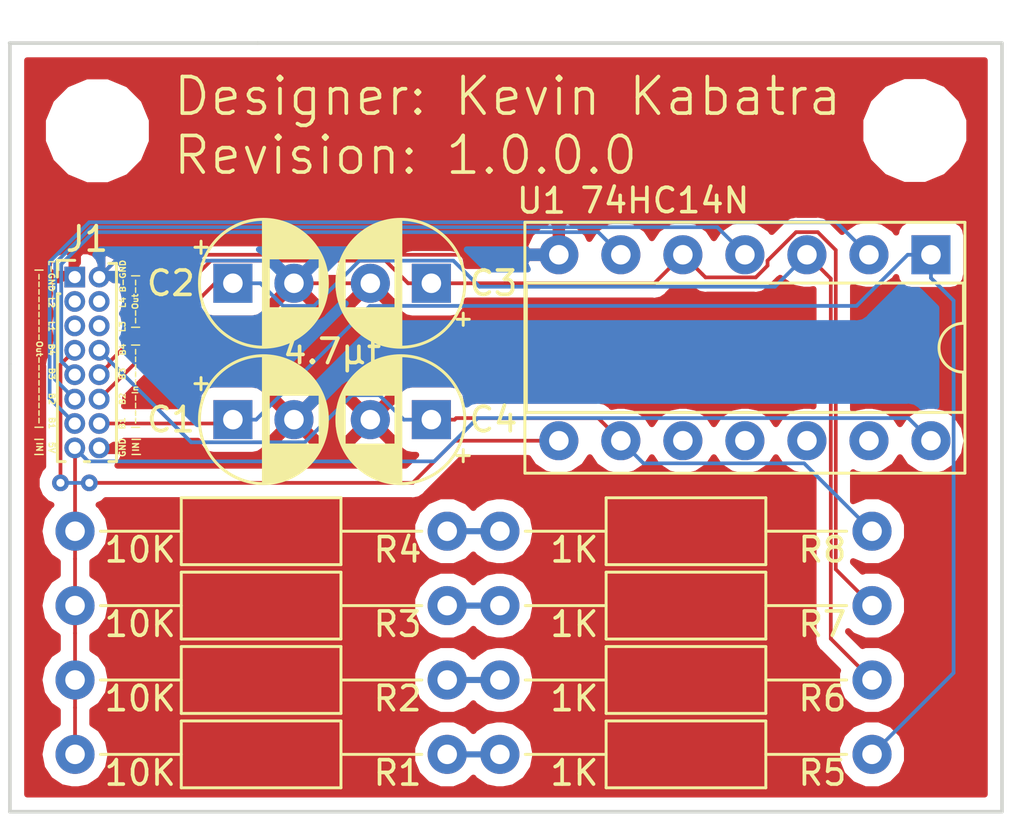
<source format=kicad_pcb>
(kicad_pcb (version 20171130) (host pcbnew "(5.0.0)")

  (general
    (thickness 1.6)
    (drawings 28)
    (tracks 112)
    (zones 0)
    (modules 16)
    (nets 23)
  )

  (page A4)
  (title_block
    (title "Arcade Cabinet - Button and LED controller")
    (date 2018-09-16)
    (rev 1.0.0.0)
    (comment 4 "Designed by Kevin Kabatra and released under MIT license.")
  )

  (layers
    (0 F.Cu signal hide)
    (31 B.Cu signal)
    (32 B.Adhes user)
    (33 F.Adhes user)
    (34 B.Paste user)
    (35 F.Paste user)
    (36 B.SilkS user)
    (37 F.SilkS user)
    (38 B.Mask user)
    (39 F.Mask user)
    (40 Dwgs.User user)
    (41 Cmts.User user)
    (42 Eco1.User user)
    (43 Eco2.User user)
    (44 Edge.Cuts user)
    (45 Margin user)
    (46 B.CrtYd user)
    (47 F.CrtYd user)
    (48 B.Fab user)
    (49 F.Fab user)
  )

  (setup
    (last_trace_width 0.1524)
    (trace_clearance 0.0508)
    (zone_clearance 0.508)
    (zone_45_only no)
    (trace_min 0.1524)
    (segment_width 0.2)
    (edge_width 0.15)
    (via_size 0.6858)
    (via_drill 0.3302)
    (via_min_size 0.6858)
    (via_min_drill 0.3302)
    (uvia_size 0.3)
    (uvia_drill 0.1)
    (uvias_allowed no)
    (uvia_min_size 0.2)
    (uvia_min_drill 0.1)
    (pcb_text_width 0.3)
    (pcb_text_size 1.5 1.5)
    (mod_edge_width 0.15)
    (mod_text_size 1 1)
    (mod_text_width 0.15)
    (pad_size 3.2 3.2)
    (pad_drill 3.2)
    (pad_to_mask_clearance 0.0508)
    (aux_axis_origin 0 0)
    (visible_elements 7FFFFFFF)
    (pcbplotparams
      (layerselection 0x010fc_ffffffff)
      (usegerberextensions false)
      (usegerberattributes false)
      (usegerberadvancedattributes false)
      (creategerberjobfile false)
      (excludeedgelayer true)
      (linewidth 0.100000)
      (plotframeref false)
      (viasonmask false)
      (mode 1)
      (useauxorigin false)
      (hpglpennumber 1)
      (hpglpenspeed 20)
      (hpglpendiameter 15.000000)
      (psnegative false)
      (psa4output false)
      (plotreference true)
      (plotvalue true)
      (plotinvisibletext false)
      (padsonsilk false)
      (subtractmaskfromsilk false)
      (outputformat 1)
      (mirror false)
      (drillshape 1)
      (scaleselection 1)
      (outputdirectory ""))
  )

  (net 0 "")
  (net 1 Save_State_Output)
  (net 2 5V)
  (net 3 Player_1_Start_LED)
  (net 4 Player_2_Start_LED)
  (net 5 GND)
  (net 6 Load_State_Input)
  (net 7 Save_State_Input)
  (net 8 Load_State_Ouput)
  (net 9 "Net-(R1-Pad1)")
  (net 10 "Net-(R2-Pad1)")
  (net 11 "Net-(R3-Pad1)")
  (net 12 "Net-(R4-Pad1)")
  (net 13 "Net-(U1-Pad10)")
  (net 14 "Net-(U1-Pad11)")
  (net 15 "Net-(U1-Pad12)")
  (net 16 "Net-(U1-Pad13)")
  (net 17 Player_1_Coin_Input)
  (net 18 Player_2_Coin_Input)
  (net 19 Player_2_Coin_LED)
  (net 20 Player_1_Coin_LED)
  (net 21 Player_2_Coin_Output)
  (net 22 Player_1_Coin_Output)

  (net_class Default "This is the default net class."
    (clearance 0.0508)
    (trace_width 0.1524)
    (via_dia 0.6858)
    (via_drill 0.3302)
    (uvia_dia 0.3)
    (uvia_drill 0.1)
    (add_net 5V)
    (add_net GND)
    (add_net Load_State_Input)
    (add_net Load_State_Ouput)
    (add_net "Net-(R1-Pad1)")
    (add_net "Net-(R2-Pad1)")
    (add_net "Net-(R3-Pad1)")
    (add_net "Net-(R4-Pad1)")
    (add_net "Net-(U1-Pad10)")
    (add_net "Net-(U1-Pad11)")
    (add_net "Net-(U1-Pad12)")
    (add_net "Net-(U1-Pad13)")
    (add_net Player_1_Coin_Input)
    (add_net Player_1_Coin_LED)
    (add_net Player_1_Coin_Output)
    (add_net Player_1_Start_LED)
    (add_net Player_2_Coin_Input)
    (add_net Player_2_Coin_LED)
    (add_net Player_2_Coin_Output)
    (add_net Player_2_Start_LED)
    (add_net Save_State_Input)
    (add_net Save_State_Output)
  )

  (module MountingHole:MountingHole_3.2mm_M3 (layer F.Cu) (tedit 5BA07550) (tstamp 5BAD9B99)
    (at 64.2874 113.8936)
    (descr "Mounting Hole 3.2mm, no annular, M3")
    (tags "mounting hole 3.2mm no annular m3")
    (attr virtual)
    (fp_text reference REF** (at -20.4343 -1.6383) (layer F.SilkS) hide
      (effects (font (size 1 1) (thickness 0.15)))
    )
    (fp_text value MountingHole_3.2mm_M3 (at -13.1318 -0.3683 180) (layer F.Fab)
      (effects (font (size 1 1) (thickness 0.15)))
    )
    (fp_text user %R (at -16.1417 -1.6637) (layer F.Fab)
      (effects (font (size 1 1) (thickness 0.15)))
    )
    (fp_circle (center 0 0) (end 3.2 0) (layer Cmts.User) (width 0.15))
    (fp_circle (center 0 0) (end 3.45 0) (layer F.CrtYd) (width 0.05))
    (pad 1 np_thru_hole circle (at 0 0) (size 3.2 3.2) (drill 3.2) (layers *.Cu *.Mask))
  )

  (module Package_DIP:DIP-14_W7.62mm_Socket (layer F.Cu) (tedit 5B9FA6F3) (tstamp 5BADCA03)
    (at 98.425 118.9736 270)
    (descr "14-lead though-hole mounted DIP package, row spacing 7.62 mm (300 mils), Socket")
    (tags "THT DIP DIL PDIP 2.54mm 7.62mm 300mil Socket")
    (path /5B9D6953)
    (fp_text reference U1 (at -2.2098 15.9512) (layer F.SilkS)
      (effects (font (size 1 1) (thickness 0.15)))
    )
    (fp_text value 74HC14N (at -2.2225 10.8966 180) (layer F.SilkS)
      (effects (font (size 1 1) (thickness 0.15)))
    )
    (fp_arc (start 3.81 -1.33) (end 2.81 -1.33) (angle -180) (layer F.SilkS) (width 0.12))
    (fp_line (start 1.635 -1.27) (end 6.985 -1.27) (layer F.Fab) (width 0.1))
    (fp_line (start 6.985 -1.27) (end 6.985 16.51) (layer F.Fab) (width 0.1))
    (fp_line (start 6.985 16.51) (end 0.635 16.51) (layer F.Fab) (width 0.1))
    (fp_line (start 0.635 16.51) (end 0.635 -0.27) (layer F.Fab) (width 0.1))
    (fp_line (start 0.635 -0.27) (end 1.635 -1.27) (layer F.Fab) (width 0.1))
    (fp_line (start -1.27 -1.33) (end -1.27 16.57) (layer F.Fab) (width 0.1))
    (fp_line (start -1.27 16.57) (end 8.89 16.57) (layer F.Fab) (width 0.1))
    (fp_line (start 8.89 16.57) (end 8.89 -1.33) (layer F.Fab) (width 0.1))
    (fp_line (start 8.89 -1.33) (end -1.27 -1.33) (layer F.Fab) (width 0.1))
    (fp_line (start 2.81 -1.33) (end 1.16 -1.33) (layer F.SilkS) (width 0.12))
    (fp_line (start 1.16 -1.33) (end 1.16 16.57) (layer F.SilkS) (width 0.12))
    (fp_line (start 1.16 16.57) (end 6.46 16.57) (layer F.SilkS) (width 0.12))
    (fp_line (start 6.46 16.57) (end 6.46 -1.33) (layer F.SilkS) (width 0.12))
    (fp_line (start 6.46 -1.33) (end 4.81 -1.33) (layer F.SilkS) (width 0.12))
    (fp_line (start -1.33 -1.39) (end -1.33 16.63) (layer F.SilkS) (width 0.12))
    (fp_line (start -1.33 16.63) (end 8.95 16.63) (layer F.SilkS) (width 0.12))
    (fp_line (start 8.95 16.63) (end 8.95 -1.39) (layer F.SilkS) (width 0.12))
    (fp_line (start 8.95 -1.39) (end -1.33 -1.39) (layer F.SilkS) (width 0.12))
    (fp_line (start -1.55 -1.6) (end -1.55 16.85) (layer F.CrtYd) (width 0.05))
    (fp_line (start -1.55 16.85) (end 9.15 16.85) (layer F.CrtYd) (width 0.05))
    (fp_line (start 9.15 16.85) (end 9.15 -1.6) (layer F.CrtYd) (width 0.05))
    (fp_line (start 9.15 -1.6) (end -1.55 -1.6) (layer F.CrtYd) (width 0.05))
    (fp_text user %R (at 3.81 7.62 270) (layer F.Fab)
      (effects (font (size 1 1) (thickness 0.15)))
    )
    (pad 1 thru_hole rect (at 0 0 270) (size 1.6 1.6) (drill 0.8) (layers *.Cu *.Mask)
      (net 17 Player_1_Coin_Input))
    (pad 8 thru_hole oval (at 7.62 15.24 270) (size 1.6 1.6) (drill 0.8) (layers *.Cu *.Mask)
      (net 1 Save_State_Output))
    (pad 2 thru_hole oval (at 0 2.54 270) (size 1.6 1.6) (drill 0.8) (layers *.Cu *.Mask)
      (net 22 Player_1_Coin_Output))
    (pad 9 thru_hole oval (at 7.62 12.7 270) (size 1.6 1.6) (drill 0.8) (layers *.Cu *.Mask)
      (net 7 Save_State_Input))
    (pad 3 thru_hole oval (at 0 5.08 270) (size 1.6 1.6) (drill 0.8) (layers *.Cu *.Mask)
      (net 18 Player_2_Coin_Input))
    (pad 10 thru_hole oval (at 7.62 10.16 270) (size 1.6 1.6) (drill 0.8) (layers *.Cu *.Mask)
      (net 13 "Net-(U1-Pad10)"))
    (pad 4 thru_hole oval (at 0 7.62 270) (size 1.6 1.6) (drill 0.8) (layers *.Cu *.Mask)
      (net 21 Player_2_Coin_Output))
    (pad 11 thru_hole oval (at 7.62 7.62 270) (size 1.6 1.6) (drill 0.8) (layers *.Cu *.Mask)
      (net 14 "Net-(U1-Pad11)"))
    (pad 5 thru_hole oval (at 0 10.16 270) (size 1.6 1.6) (drill 0.8) (layers *.Cu *.Mask)
      (net 6 Load_State_Input))
    (pad 12 thru_hole oval (at 7.62 5.08 270) (size 1.6 1.6) (drill 0.8) (layers *.Cu *.Mask)
      (net 15 "Net-(U1-Pad12)"))
    (pad 6 thru_hole oval (at 0 12.7 270) (size 1.6 1.6) (drill 0.8) (layers *.Cu *.Mask)
      (net 8 Load_State_Ouput))
    (pad 13 thru_hole oval (at 7.62 2.54 270) (size 1.6 1.6) (drill 0.8) (layers *.Cu *.Mask)
      (net 16 "Net-(U1-Pad13)"))
    (pad 7 thru_hole oval (at 0 15.24 270) (size 1.6 1.6) (drill 0.8) (layers *.Cu *.Mask)
      (net 5 GND))
    (pad 14 thru_hole oval (at 7.62 0 270) (size 1.6 1.6) (drill 0.8) (layers *.Cu *.Mask)
      (net 2 5V))
    (model ${KISYS3DMOD}/Package_DIP.3dshapes/DIP-14_W7.62mm_Socket.wrl
      (at (xyz 0 0 0))
      (scale (xyz 1 1 1))
      (rotate (xyz 0 0 0))
    )
  )

  (module MountingHole:MountingHole_3.2mm_M3 (layer F.Cu) (tedit 5BA0755F) (tstamp 5BAD731C)
    (at 97.7646 113.8809)
    (descr "Mounting Hole 3.2mm, no annular, M3")
    (tags "mounting hole 3.2mm no annular m3")
    (attr virtual)
    (fp_text reference REF** (at 8.0518 -1.9177) (layer F.SilkS) hide
      (effects (font (size 1 1) (thickness 0.15)))
    )
    (fp_text value MountingHole_3.2mm_M3 (at 15.2908 -0.6477) (layer F.Fab)
      (effects (font (size 1 1) (thickness 0.15)))
    )
    (fp_text user %R (at 12.1793 -1.905) (layer F.Fab)
      (effects (font (size 1 1) (thickness 0.15)))
    )
    (fp_circle (center 0 0) (end 3.2 0) (layer Cmts.User) (width 0.15))
    (fp_circle (center 0 0) (end 3.45 0) (layer F.CrtYd) (width 0.05))
    (pad 1 np_thru_hole circle (at 0 0) (size 3.2 3.2) (drill 3.2) (layers *.Cu *.Mask))
  )

  (module Resistor_THT:R_Axial_DIN0207_L6.3mm_D2.5mm_P15.24mm_Horizontal (layer F.Cu) (tedit 5B9FA661) (tstamp 5BAC283D)
    (at 78.613 139.446 180)
    (descr "Resistor, Axial_DIN0207 series, Axial, Horizontal, pin pitch=15.24mm, 0.25W = 1/4W, length*diameter=6.3*2.5mm^2, http://cdn-reichelt.de/documents/datenblatt/B400/1_4W%23YAG.pdf")
    (tags "Resistor Axial_DIN0207 series Axial Horizontal pin pitch 15.24mm 0.25W = 1/4W length 6.3mm diameter 2.5mm")
    (path /5B9DFE20)
    (fp_text reference R1 (at 2.032 -0.762 180) (layer F.SilkS)
      (effects (font (size 1 1) (thickness 0.15)))
    )
    (fp_text value 10K (at 12.573 -0.762 180) (layer F.SilkS)
      (effects (font (size 1 1) (thickness 0.15)))
    )
    (fp_line (start 4.47 -1.25) (end 4.47 1.25) (layer F.Fab) (width 0.1))
    (fp_line (start 4.47 1.25) (end 10.77 1.25) (layer F.Fab) (width 0.1))
    (fp_line (start 10.77 1.25) (end 10.77 -1.25) (layer F.Fab) (width 0.1))
    (fp_line (start 10.77 -1.25) (end 4.47 -1.25) (layer F.Fab) (width 0.1))
    (fp_line (start 0 0) (end 4.47 0) (layer F.Fab) (width 0.1))
    (fp_line (start 15.24 0) (end 10.77 0) (layer F.Fab) (width 0.1))
    (fp_line (start 4.35 -1.37) (end 4.35 1.37) (layer F.SilkS) (width 0.12))
    (fp_line (start 4.35 1.37) (end 10.89 1.37) (layer F.SilkS) (width 0.12))
    (fp_line (start 10.89 1.37) (end 10.89 -1.37) (layer F.SilkS) (width 0.12))
    (fp_line (start 10.89 -1.37) (end 4.35 -1.37) (layer F.SilkS) (width 0.12))
    (fp_line (start 1.04 0) (end 4.35 0) (layer F.SilkS) (width 0.12))
    (fp_line (start 14.2 0) (end 10.89 0) (layer F.SilkS) (width 0.12))
    (fp_line (start -1.05 -1.5) (end -1.05 1.5) (layer F.CrtYd) (width 0.05))
    (fp_line (start -1.05 1.5) (end 16.29 1.5) (layer F.CrtYd) (width 0.05))
    (fp_line (start 16.29 1.5) (end 16.29 -1.5) (layer F.CrtYd) (width 0.05))
    (fp_line (start 16.29 -1.5) (end -1.05 -1.5) (layer F.CrtYd) (width 0.05))
    (fp_text user %R (at 5.715 0 180) (layer F.Fab)
      (effects (font (size 1 1) (thickness 0.15)))
    )
    (pad 1 thru_hole circle (at 0 0 180) (size 1.6 1.6) (drill 0.8) (layers *.Cu *.Mask)
      (net 9 "Net-(R1-Pad1)"))
    (pad 2 thru_hole oval (at 15.24 0 180) (size 1.6 1.6) (drill 0.8) (layers *.Cu *.Mask)
      (net 2 5V))
    (model ${KISYS3DMOD}/Resistor_THT.3dshapes/R_Axial_DIN0207_L6.3mm_D2.5mm_P15.24mm_Horizontal.wrl
      (at (xyz 0 0 0))
      (scale (xyz 1 1 1))
      (rotate (xyz 0 0 0))
    )
  )

  (module Capacitor_THT:CP_Radial_D5.0mm_P2.50mm (layer F.Cu) (tedit 5AE50EF0) (tstamp 5B9F0866)
    (at 77.9653 120.142 180)
    (descr "CP, Radial series, Radial, pin pitch=2.50mm, , diameter=5mm, Electrolytic Capacitor")
    (tags "CP Radial series Radial pin pitch 2.50mm  diameter 5mm Electrolytic Capacitor")
    (path /5B9DD177)
    (fp_text reference C3 (at -2.54 0 180) (layer F.SilkS)
      (effects (font (size 1 1) (thickness 0.15)))
    )
    (fp_text value 4.7µf (at 4.064 -2.794 180) (layer F.Fab)
      (effects (font (size 1 1) (thickness 0.15)))
    )
    (fp_text user %R (at 1.25 0 180) (layer F.Fab)
      (effects (font (size 1 1) (thickness 0.15)))
    )
    (fp_line (start -1.304775 -1.725) (end -1.304775 -1.225) (layer F.SilkS) (width 0.12))
    (fp_line (start -1.554775 -1.475) (end -1.054775 -1.475) (layer F.SilkS) (width 0.12))
    (fp_line (start 3.851 -0.284) (end 3.851 0.284) (layer F.SilkS) (width 0.12))
    (fp_line (start 3.811 -0.518) (end 3.811 0.518) (layer F.SilkS) (width 0.12))
    (fp_line (start 3.771 -0.677) (end 3.771 0.677) (layer F.SilkS) (width 0.12))
    (fp_line (start 3.731 -0.805) (end 3.731 0.805) (layer F.SilkS) (width 0.12))
    (fp_line (start 3.691 -0.915) (end 3.691 0.915) (layer F.SilkS) (width 0.12))
    (fp_line (start 3.651 -1.011) (end 3.651 1.011) (layer F.SilkS) (width 0.12))
    (fp_line (start 3.611 -1.098) (end 3.611 1.098) (layer F.SilkS) (width 0.12))
    (fp_line (start 3.571 -1.178) (end 3.571 1.178) (layer F.SilkS) (width 0.12))
    (fp_line (start 3.531 1.04) (end 3.531 1.251) (layer F.SilkS) (width 0.12))
    (fp_line (start 3.531 -1.251) (end 3.531 -1.04) (layer F.SilkS) (width 0.12))
    (fp_line (start 3.491 1.04) (end 3.491 1.319) (layer F.SilkS) (width 0.12))
    (fp_line (start 3.491 -1.319) (end 3.491 -1.04) (layer F.SilkS) (width 0.12))
    (fp_line (start 3.451 1.04) (end 3.451 1.383) (layer F.SilkS) (width 0.12))
    (fp_line (start 3.451 -1.383) (end 3.451 -1.04) (layer F.SilkS) (width 0.12))
    (fp_line (start 3.411 1.04) (end 3.411 1.443) (layer F.SilkS) (width 0.12))
    (fp_line (start 3.411 -1.443) (end 3.411 -1.04) (layer F.SilkS) (width 0.12))
    (fp_line (start 3.371 1.04) (end 3.371 1.5) (layer F.SilkS) (width 0.12))
    (fp_line (start 3.371 -1.5) (end 3.371 -1.04) (layer F.SilkS) (width 0.12))
    (fp_line (start 3.331 1.04) (end 3.331 1.554) (layer F.SilkS) (width 0.12))
    (fp_line (start 3.331 -1.554) (end 3.331 -1.04) (layer F.SilkS) (width 0.12))
    (fp_line (start 3.291 1.04) (end 3.291 1.605) (layer F.SilkS) (width 0.12))
    (fp_line (start 3.291 -1.605) (end 3.291 -1.04) (layer F.SilkS) (width 0.12))
    (fp_line (start 3.251 1.04) (end 3.251 1.653) (layer F.SilkS) (width 0.12))
    (fp_line (start 3.251 -1.653) (end 3.251 -1.04) (layer F.SilkS) (width 0.12))
    (fp_line (start 3.211 1.04) (end 3.211 1.699) (layer F.SilkS) (width 0.12))
    (fp_line (start 3.211 -1.699) (end 3.211 -1.04) (layer F.SilkS) (width 0.12))
    (fp_line (start 3.171 1.04) (end 3.171 1.743) (layer F.SilkS) (width 0.12))
    (fp_line (start 3.171 -1.743) (end 3.171 -1.04) (layer F.SilkS) (width 0.12))
    (fp_line (start 3.131 1.04) (end 3.131 1.785) (layer F.SilkS) (width 0.12))
    (fp_line (start 3.131 -1.785) (end 3.131 -1.04) (layer F.SilkS) (width 0.12))
    (fp_line (start 3.091 1.04) (end 3.091 1.826) (layer F.SilkS) (width 0.12))
    (fp_line (start 3.091 -1.826) (end 3.091 -1.04) (layer F.SilkS) (width 0.12))
    (fp_line (start 3.051 1.04) (end 3.051 1.864) (layer F.SilkS) (width 0.12))
    (fp_line (start 3.051 -1.864) (end 3.051 -1.04) (layer F.SilkS) (width 0.12))
    (fp_line (start 3.011 1.04) (end 3.011 1.901) (layer F.SilkS) (width 0.12))
    (fp_line (start 3.011 -1.901) (end 3.011 -1.04) (layer F.SilkS) (width 0.12))
    (fp_line (start 2.971 1.04) (end 2.971 1.937) (layer F.SilkS) (width 0.12))
    (fp_line (start 2.971 -1.937) (end 2.971 -1.04) (layer F.SilkS) (width 0.12))
    (fp_line (start 2.931 1.04) (end 2.931 1.971) (layer F.SilkS) (width 0.12))
    (fp_line (start 2.931 -1.971) (end 2.931 -1.04) (layer F.SilkS) (width 0.12))
    (fp_line (start 2.891 1.04) (end 2.891 2.004) (layer F.SilkS) (width 0.12))
    (fp_line (start 2.891 -2.004) (end 2.891 -1.04) (layer F.SilkS) (width 0.12))
    (fp_line (start 2.851 1.04) (end 2.851 2.035) (layer F.SilkS) (width 0.12))
    (fp_line (start 2.851 -2.035) (end 2.851 -1.04) (layer F.SilkS) (width 0.12))
    (fp_line (start 2.811 1.04) (end 2.811 2.065) (layer F.SilkS) (width 0.12))
    (fp_line (start 2.811 -2.065) (end 2.811 -1.04) (layer F.SilkS) (width 0.12))
    (fp_line (start 2.771 1.04) (end 2.771 2.095) (layer F.SilkS) (width 0.12))
    (fp_line (start 2.771 -2.095) (end 2.771 -1.04) (layer F.SilkS) (width 0.12))
    (fp_line (start 2.731 1.04) (end 2.731 2.122) (layer F.SilkS) (width 0.12))
    (fp_line (start 2.731 -2.122) (end 2.731 -1.04) (layer F.SilkS) (width 0.12))
    (fp_line (start 2.691 1.04) (end 2.691 2.149) (layer F.SilkS) (width 0.12))
    (fp_line (start 2.691 -2.149) (end 2.691 -1.04) (layer F.SilkS) (width 0.12))
    (fp_line (start 2.651 1.04) (end 2.651 2.175) (layer F.SilkS) (width 0.12))
    (fp_line (start 2.651 -2.175) (end 2.651 -1.04) (layer F.SilkS) (width 0.12))
    (fp_line (start 2.611 1.04) (end 2.611 2.2) (layer F.SilkS) (width 0.12))
    (fp_line (start 2.611 -2.2) (end 2.611 -1.04) (layer F.SilkS) (width 0.12))
    (fp_line (start 2.571 1.04) (end 2.571 2.224) (layer F.SilkS) (width 0.12))
    (fp_line (start 2.571 -2.224) (end 2.571 -1.04) (layer F.SilkS) (width 0.12))
    (fp_line (start 2.531 1.04) (end 2.531 2.247) (layer F.SilkS) (width 0.12))
    (fp_line (start 2.531 -2.247) (end 2.531 -1.04) (layer F.SilkS) (width 0.12))
    (fp_line (start 2.491 1.04) (end 2.491 2.268) (layer F.SilkS) (width 0.12))
    (fp_line (start 2.491 -2.268) (end 2.491 -1.04) (layer F.SilkS) (width 0.12))
    (fp_line (start 2.451 1.04) (end 2.451 2.29) (layer F.SilkS) (width 0.12))
    (fp_line (start 2.451 -2.29) (end 2.451 -1.04) (layer F.SilkS) (width 0.12))
    (fp_line (start 2.411 1.04) (end 2.411 2.31) (layer F.SilkS) (width 0.12))
    (fp_line (start 2.411 -2.31) (end 2.411 -1.04) (layer F.SilkS) (width 0.12))
    (fp_line (start 2.371 1.04) (end 2.371 2.329) (layer F.SilkS) (width 0.12))
    (fp_line (start 2.371 -2.329) (end 2.371 -1.04) (layer F.SilkS) (width 0.12))
    (fp_line (start 2.331 1.04) (end 2.331 2.348) (layer F.SilkS) (width 0.12))
    (fp_line (start 2.331 -2.348) (end 2.331 -1.04) (layer F.SilkS) (width 0.12))
    (fp_line (start 2.291 1.04) (end 2.291 2.365) (layer F.SilkS) (width 0.12))
    (fp_line (start 2.291 -2.365) (end 2.291 -1.04) (layer F.SilkS) (width 0.12))
    (fp_line (start 2.251 1.04) (end 2.251 2.382) (layer F.SilkS) (width 0.12))
    (fp_line (start 2.251 -2.382) (end 2.251 -1.04) (layer F.SilkS) (width 0.12))
    (fp_line (start 2.211 1.04) (end 2.211 2.398) (layer F.SilkS) (width 0.12))
    (fp_line (start 2.211 -2.398) (end 2.211 -1.04) (layer F.SilkS) (width 0.12))
    (fp_line (start 2.171 1.04) (end 2.171 2.414) (layer F.SilkS) (width 0.12))
    (fp_line (start 2.171 -2.414) (end 2.171 -1.04) (layer F.SilkS) (width 0.12))
    (fp_line (start 2.131 1.04) (end 2.131 2.428) (layer F.SilkS) (width 0.12))
    (fp_line (start 2.131 -2.428) (end 2.131 -1.04) (layer F.SilkS) (width 0.12))
    (fp_line (start 2.091 1.04) (end 2.091 2.442) (layer F.SilkS) (width 0.12))
    (fp_line (start 2.091 -2.442) (end 2.091 -1.04) (layer F.SilkS) (width 0.12))
    (fp_line (start 2.051 1.04) (end 2.051 2.455) (layer F.SilkS) (width 0.12))
    (fp_line (start 2.051 -2.455) (end 2.051 -1.04) (layer F.SilkS) (width 0.12))
    (fp_line (start 2.011 1.04) (end 2.011 2.468) (layer F.SilkS) (width 0.12))
    (fp_line (start 2.011 -2.468) (end 2.011 -1.04) (layer F.SilkS) (width 0.12))
    (fp_line (start 1.971 1.04) (end 1.971 2.48) (layer F.SilkS) (width 0.12))
    (fp_line (start 1.971 -2.48) (end 1.971 -1.04) (layer F.SilkS) (width 0.12))
    (fp_line (start 1.93 1.04) (end 1.93 2.491) (layer F.SilkS) (width 0.12))
    (fp_line (start 1.93 -2.491) (end 1.93 -1.04) (layer F.SilkS) (width 0.12))
    (fp_line (start 1.89 1.04) (end 1.89 2.501) (layer F.SilkS) (width 0.12))
    (fp_line (start 1.89 -2.501) (end 1.89 -1.04) (layer F.SilkS) (width 0.12))
    (fp_line (start 1.85 1.04) (end 1.85 2.511) (layer F.SilkS) (width 0.12))
    (fp_line (start 1.85 -2.511) (end 1.85 -1.04) (layer F.SilkS) (width 0.12))
    (fp_line (start 1.81 1.04) (end 1.81 2.52) (layer F.SilkS) (width 0.12))
    (fp_line (start 1.81 -2.52) (end 1.81 -1.04) (layer F.SilkS) (width 0.12))
    (fp_line (start 1.77 1.04) (end 1.77 2.528) (layer F.SilkS) (width 0.12))
    (fp_line (start 1.77 -2.528) (end 1.77 -1.04) (layer F.SilkS) (width 0.12))
    (fp_line (start 1.73 1.04) (end 1.73 2.536) (layer F.SilkS) (width 0.12))
    (fp_line (start 1.73 -2.536) (end 1.73 -1.04) (layer F.SilkS) (width 0.12))
    (fp_line (start 1.69 1.04) (end 1.69 2.543) (layer F.SilkS) (width 0.12))
    (fp_line (start 1.69 -2.543) (end 1.69 -1.04) (layer F.SilkS) (width 0.12))
    (fp_line (start 1.65 1.04) (end 1.65 2.55) (layer F.SilkS) (width 0.12))
    (fp_line (start 1.65 -2.55) (end 1.65 -1.04) (layer F.SilkS) (width 0.12))
    (fp_line (start 1.61 1.04) (end 1.61 2.556) (layer F.SilkS) (width 0.12))
    (fp_line (start 1.61 -2.556) (end 1.61 -1.04) (layer F.SilkS) (width 0.12))
    (fp_line (start 1.57 1.04) (end 1.57 2.561) (layer F.SilkS) (width 0.12))
    (fp_line (start 1.57 -2.561) (end 1.57 -1.04) (layer F.SilkS) (width 0.12))
    (fp_line (start 1.53 1.04) (end 1.53 2.565) (layer F.SilkS) (width 0.12))
    (fp_line (start 1.53 -2.565) (end 1.53 -1.04) (layer F.SilkS) (width 0.12))
    (fp_line (start 1.49 1.04) (end 1.49 2.569) (layer F.SilkS) (width 0.12))
    (fp_line (start 1.49 -2.569) (end 1.49 -1.04) (layer F.SilkS) (width 0.12))
    (fp_line (start 1.45 -2.573) (end 1.45 2.573) (layer F.SilkS) (width 0.12))
    (fp_line (start 1.41 -2.576) (end 1.41 2.576) (layer F.SilkS) (width 0.12))
    (fp_line (start 1.37 -2.578) (end 1.37 2.578) (layer F.SilkS) (width 0.12))
    (fp_line (start 1.33 -2.579) (end 1.33 2.579) (layer F.SilkS) (width 0.12))
    (fp_line (start 1.29 -2.58) (end 1.29 2.58) (layer F.SilkS) (width 0.12))
    (fp_line (start 1.25 -2.58) (end 1.25 2.58) (layer F.SilkS) (width 0.12))
    (fp_line (start -0.633605 -1.3375) (end -0.633605 -0.8375) (layer F.Fab) (width 0.1))
    (fp_line (start -0.883605 -1.0875) (end -0.383605 -1.0875) (layer F.Fab) (width 0.1))
    (fp_circle (center 1.25 0) (end 4 0) (layer F.CrtYd) (width 0.05))
    (fp_circle (center 1.25 0) (end 3.87 0) (layer F.SilkS) (width 0.12))
    (fp_circle (center 1.25 0) (end 3.75 0) (layer F.Fab) (width 0.1))
    (pad 2 thru_hole circle (at 2.5 0 180) (size 1.6 1.6) (drill 0.8) (layers *.Cu *.Mask)
      (net 5 GND))
    (pad 1 thru_hole rect (at 0 0 180) (size 1.6 1.6) (drill 0.8) (layers *.Cu *.Mask)
      (net 6 Load_State_Input))
    (model ${KISYS3DMOD}/Capacitor_THT.3dshapes/CP_Radial_D5.0mm_P2.50mm.wrl
      (at (xyz 0 0 0))
      (scale (xyz 1 1 1))
      (rotate (xyz 0 0 0))
    )
  )

  (module Capacitor_THT:CP_Radial_D5.0mm_P2.50mm (layer F.Cu) (tedit 5B9FA739) (tstamp 5BAC2671)
    (at 69.8373 125.73)
    (descr "CP, Radial series, Radial, pin pitch=2.50mm, , diameter=5mm, Electrolytic Capacitor")
    (tags "CP Radial series Radial pin pitch 2.50mm  diameter 5mm Electrolytic Capacitor")
    (path /5B9DC7CD)
    (fp_text reference C1 (at -2.54 0 180) (layer F.SilkS)
      (effects (font (size 1 1) (thickness 0.15)))
    )
    (fp_text value 4.7µf (at 4.064 -2.794 180) (layer F.SilkS)
      (effects (font (size 1 1) (thickness 0.15)))
    )
    (fp_circle (center 1.25 0) (end 3.75 0) (layer F.Fab) (width 0.1))
    (fp_circle (center 1.25 0) (end 3.87 0) (layer F.SilkS) (width 0.12))
    (fp_circle (center 1.25 0) (end 4 0) (layer F.CrtYd) (width 0.05))
    (fp_line (start -0.883605 -1.0875) (end -0.383605 -1.0875) (layer F.Fab) (width 0.1))
    (fp_line (start -0.633605 -1.3375) (end -0.633605 -0.8375) (layer F.Fab) (width 0.1))
    (fp_line (start 1.25 -2.58) (end 1.25 2.58) (layer F.SilkS) (width 0.12))
    (fp_line (start 1.29 -2.58) (end 1.29 2.58) (layer F.SilkS) (width 0.12))
    (fp_line (start 1.33 -2.579) (end 1.33 2.579) (layer F.SilkS) (width 0.12))
    (fp_line (start 1.37 -2.578) (end 1.37 2.578) (layer F.SilkS) (width 0.12))
    (fp_line (start 1.41 -2.576) (end 1.41 2.576) (layer F.SilkS) (width 0.12))
    (fp_line (start 1.45 -2.573) (end 1.45 2.573) (layer F.SilkS) (width 0.12))
    (fp_line (start 1.49 -2.569) (end 1.49 -1.04) (layer F.SilkS) (width 0.12))
    (fp_line (start 1.49 1.04) (end 1.49 2.569) (layer F.SilkS) (width 0.12))
    (fp_line (start 1.53 -2.565) (end 1.53 -1.04) (layer F.SilkS) (width 0.12))
    (fp_line (start 1.53 1.04) (end 1.53 2.565) (layer F.SilkS) (width 0.12))
    (fp_line (start 1.57 -2.561) (end 1.57 -1.04) (layer F.SilkS) (width 0.12))
    (fp_line (start 1.57 1.04) (end 1.57 2.561) (layer F.SilkS) (width 0.12))
    (fp_line (start 1.61 -2.556) (end 1.61 -1.04) (layer F.SilkS) (width 0.12))
    (fp_line (start 1.61 1.04) (end 1.61 2.556) (layer F.SilkS) (width 0.12))
    (fp_line (start 1.65 -2.55) (end 1.65 -1.04) (layer F.SilkS) (width 0.12))
    (fp_line (start 1.65 1.04) (end 1.65 2.55) (layer F.SilkS) (width 0.12))
    (fp_line (start 1.69 -2.543) (end 1.69 -1.04) (layer F.SilkS) (width 0.12))
    (fp_line (start 1.69 1.04) (end 1.69 2.543) (layer F.SilkS) (width 0.12))
    (fp_line (start 1.73 -2.536) (end 1.73 -1.04) (layer F.SilkS) (width 0.12))
    (fp_line (start 1.73 1.04) (end 1.73 2.536) (layer F.SilkS) (width 0.12))
    (fp_line (start 1.77 -2.528) (end 1.77 -1.04) (layer F.SilkS) (width 0.12))
    (fp_line (start 1.77 1.04) (end 1.77 2.528) (layer F.SilkS) (width 0.12))
    (fp_line (start 1.81 -2.52) (end 1.81 -1.04) (layer F.SilkS) (width 0.12))
    (fp_line (start 1.81 1.04) (end 1.81 2.52) (layer F.SilkS) (width 0.12))
    (fp_line (start 1.85 -2.511) (end 1.85 -1.04) (layer F.SilkS) (width 0.12))
    (fp_line (start 1.85 1.04) (end 1.85 2.511) (layer F.SilkS) (width 0.12))
    (fp_line (start 1.89 -2.501) (end 1.89 -1.04) (layer F.SilkS) (width 0.12))
    (fp_line (start 1.89 1.04) (end 1.89 2.501) (layer F.SilkS) (width 0.12))
    (fp_line (start 1.93 -2.491) (end 1.93 -1.04) (layer F.SilkS) (width 0.12))
    (fp_line (start 1.93 1.04) (end 1.93 2.491) (layer F.SilkS) (width 0.12))
    (fp_line (start 1.971 -2.48) (end 1.971 -1.04) (layer F.SilkS) (width 0.12))
    (fp_line (start 1.971 1.04) (end 1.971 2.48) (layer F.SilkS) (width 0.12))
    (fp_line (start 2.011 -2.468) (end 2.011 -1.04) (layer F.SilkS) (width 0.12))
    (fp_line (start 2.011 1.04) (end 2.011 2.468) (layer F.SilkS) (width 0.12))
    (fp_line (start 2.051 -2.455) (end 2.051 -1.04) (layer F.SilkS) (width 0.12))
    (fp_line (start 2.051 1.04) (end 2.051 2.455) (layer F.SilkS) (width 0.12))
    (fp_line (start 2.091 -2.442) (end 2.091 -1.04) (layer F.SilkS) (width 0.12))
    (fp_line (start 2.091 1.04) (end 2.091 2.442) (layer F.SilkS) (width 0.12))
    (fp_line (start 2.131 -2.428) (end 2.131 -1.04) (layer F.SilkS) (width 0.12))
    (fp_line (start 2.131 1.04) (end 2.131 2.428) (layer F.SilkS) (width 0.12))
    (fp_line (start 2.171 -2.414) (end 2.171 -1.04) (layer F.SilkS) (width 0.12))
    (fp_line (start 2.171 1.04) (end 2.171 2.414) (layer F.SilkS) (width 0.12))
    (fp_line (start 2.211 -2.398) (end 2.211 -1.04) (layer F.SilkS) (width 0.12))
    (fp_line (start 2.211 1.04) (end 2.211 2.398) (layer F.SilkS) (width 0.12))
    (fp_line (start 2.251 -2.382) (end 2.251 -1.04) (layer F.SilkS) (width 0.12))
    (fp_line (start 2.251 1.04) (end 2.251 2.382) (layer F.SilkS) (width 0.12))
    (fp_line (start 2.291 -2.365) (end 2.291 -1.04) (layer F.SilkS) (width 0.12))
    (fp_line (start 2.291 1.04) (end 2.291 2.365) (layer F.SilkS) (width 0.12))
    (fp_line (start 2.331 -2.348) (end 2.331 -1.04) (layer F.SilkS) (width 0.12))
    (fp_line (start 2.331 1.04) (end 2.331 2.348) (layer F.SilkS) (width 0.12))
    (fp_line (start 2.371 -2.329) (end 2.371 -1.04) (layer F.SilkS) (width 0.12))
    (fp_line (start 2.371 1.04) (end 2.371 2.329) (layer F.SilkS) (width 0.12))
    (fp_line (start 2.411 -2.31) (end 2.411 -1.04) (layer F.SilkS) (width 0.12))
    (fp_line (start 2.411 1.04) (end 2.411 2.31) (layer F.SilkS) (width 0.12))
    (fp_line (start 2.451 -2.29) (end 2.451 -1.04) (layer F.SilkS) (width 0.12))
    (fp_line (start 2.451 1.04) (end 2.451 2.29) (layer F.SilkS) (width 0.12))
    (fp_line (start 2.491 -2.268) (end 2.491 -1.04) (layer F.SilkS) (width 0.12))
    (fp_line (start 2.491 1.04) (end 2.491 2.268) (layer F.SilkS) (width 0.12))
    (fp_line (start 2.531 -2.247) (end 2.531 -1.04) (layer F.SilkS) (width 0.12))
    (fp_line (start 2.531 1.04) (end 2.531 2.247) (layer F.SilkS) (width 0.12))
    (fp_line (start 2.571 -2.224) (end 2.571 -1.04) (layer F.SilkS) (width 0.12))
    (fp_line (start 2.571 1.04) (end 2.571 2.224) (layer F.SilkS) (width 0.12))
    (fp_line (start 2.611 -2.2) (end 2.611 -1.04) (layer F.SilkS) (width 0.12))
    (fp_line (start 2.611 1.04) (end 2.611 2.2) (layer F.SilkS) (width 0.12))
    (fp_line (start 2.651 -2.175) (end 2.651 -1.04) (layer F.SilkS) (width 0.12))
    (fp_line (start 2.651 1.04) (end 2.651 2.175) (layer F.SilkS) (width 0.12))
    (fp_line (start 2.691 -2.149) (end 2.691 -1.04) (layer F.SilkS) (width 0.12))
    (fp_line (start 2.691 1.04) (end 2.691 2.149) (layer F.SilkS) (width 0.12))
    (fp_line (start 2.731 -2.122) (end 2.731 -1.04) (layer F.SilkS) (width 0.12))
    (fp_line (start 2.731 1.04) (end 2.731 2.122) (layer F.SilkS) (width 0.12))
    (fp_line (start 2.771 -2.095) (end 2.771 -1.04) (layer F.SilkS) (width 0.12))
    (fp_line (start 2.771 1.04) (end 2.771 2.095) (layer F.SilkS) (width 0.12))
    (fp_line (start 2.811 -2.065) (end 2.811 -1.04) (layer F.SilkS) (width 0.12))
    (fp_line (start 2.811 1.04) (end 2.811 2.065) (layer F.SilkS) (width 0.12))
    (fp_line (start 2.851 -2.035) (end 2.851 -1.04) (layer F.SilkS) (width 0.12))
    (fp_line (start 2.851 1.04) (end 2.851 2.035) (layer F.SilkS) (width 0.12))
    (fp_line (start 2.891 -2.004) (end 2.891 -1.04) (layer F.SilkS) (width 0.12))
    (fp_line (start 2.891 1.04) (end 2.891 2.004) (layer F.SilkS) (width 0.12))
    (fp_line (start 2.931 -1.971) (end 2.931 -1.04) (layer F.SilkS) (width 0.12))
    (fp_line (start 2.931 1.04) (end 2.931 1.971) (layer F.SilkS) (width 0.12))
    (fp_line (start 2.971 -1.937) (end 2.971 -1.04) (layer F.SilkS) (width 0.12))
    (fp_line (start 2.971 1.04) (end 2.971 1.937) (layer F.SilkS) (width 0.12))
    (fp_line (start 3.011 -1.901) (end 3.011 -1.04) (layer F.SilkS) (width 0.12))
    (fp_line (start 3.011 1.04) (end 3.011 1.901) (layer F.SilkS) (width 0.12))
    (fp_line (start 3.051 -1.864) (end 3.051 -1.04) (layer F.SilkS) (width 0.12))
    (fp_line (start 3.051 1.04) (end 3.051 1.864) (layer F.SilkS) (width 0.12))
    (fp_line (start 3.091 -1.826) (end 3.091 -1.04) (layer F.SilkS) (width 0.12))
    (fp_line (start 3.091 1.04) (end 3.091 1.826) (layer F.SilkS) (width 0.12))
    (fp_line (start 3.131 -1.785) (end 3.131 -1.04) (layer F.SilkS) (width 0.12))
    (fp_line (start 3.131 1.04) (end 3.131 1.785) (layer F.SilkS) (width 0.12))
    (fp_line (start 3.171 -1.743) (end 3.171 -1.04) (layer F.SilkS) (width 0.12))
    (fp_line (start 3.171 1.04) (end 3.171 1.743) (layer F.SilkS) (width 0.12))
    (fp_line (start 3.211 -1.699) (end 3.211 -1.04) (layer F.SilkS) (width 0.12))
    (fp_line (start 3.211 1.04) (end 3.211 1.699) (layer F.SilkS) (width 0.12))
    (fp_line (start 3.251 -1.653) (end 3.251 -1.04) (layer F.SilkS) (width 0.12))
    (fp_line (start 3.251 1.04) (end 3.251 1.653) (layer F.SilkS) (width 0.12))
    (fp_line (start 3.291 -1.605) (end 3.291 -1.04) (layer F.SilkS) (width 0.12))
    (fp_line (start 3.291 1.04) (end 3.291 1.605) (layer F.SilkS) (width 0.12))
    (fp_line (start 3.331 -1.554) (end 3.331 -1.04) (layer F.SilkS) (width 0.12))
    (fp_line (start 3.331 1.04) (end 3.331 1.554) (layer F.SilkS) (width 0.12))
    (fp_line (start 3.371 -1.5) (end 3.371 -1.04) (layer F.SilkS) (width 0.12))
    (fp_line (start 3.371 1.04) (end 3.371 1.5) (layer F.SilkS) (width 0.12))
    (fp_line (start 3.411 -1.443) (end 3.411 -1.04) (layer F.SilkS) (width 0.12))
    (fp_line (start 3.411 1.04) (end 3.411 1.443) (layer F.SilkS) (width 0.12))
    (fp_line (start 3.451 -1.383) (end 3.451 -1.04) (layer F.SilkS) (width 0.12))
    (fp_line (start 3.451 1.04) (end 3.451 1.383) (layer F.SilkS) (width 0.12))
    (fp_line (start 3.491 -1.319) (end 3.491 -1.04) (layer F.SilkS) (width 0.12))
    (fp_line (start 3.491 1.04) (end 3.491 1.319) (layer F.SilkS) (width 0.12))
    (fp_line (start 3.531 -1.251) (end 3.531 -1.04) (layer F.SilkS) (width 0.12))
    (fp_line (start 3.531 1.04) (end 3.531 1.251) (layer F.SilkS) (width 0.12))
    (fp_line (start 3.571 -1.178) (end 3.571 1.178) (layer F.SilkS) (width 0.12))
    (fp_line (start 3.611 -1.098) (end 3.611 1.098) (layer F.SilkS) (width 0.12))
    (fp_line (start 3.651 -1.011) (end 3.651 1.011) (layer F.SilkS) (width 0.12))
    (fp_line (start 3.691 -0.915) (end 3.691 0.915) (layer F.SilkS) (width 0.12))
    (fp_line (start 3.731 -0.805) (end 3.731 0.805) (layer F.SilkS) (width 0.12))
    (fp_line (start 3.771 -0.677) (end 3.771 0.677) (layer F.SilkS) (width 0.12))
    (fp_line (start 3.811 -0.518) (end 3.811 0.518) (layer F.SilkS) (width 0.12))
    (fp_line (start 3.851 -0.284) (end 3.851 0.284) (layer F.SilkS) (width 0.12))
    (fp_line (start -1.554775 -1.475) (end -1.054775 -1.475) (layer F.SilkS) (width 0.12))
    (fp_line (start -1.304775 -1.725) (end -1.304775 -1.225) (layer F.SilkS) (width 0.12))
    (fp_text user %R (at 1.25 0) (layer F.Fab)
      (effects (font (size 1 1) (thickness 0.15)))
    )
    (pad 1 thru_hole rect (at 0 0) (size 1.6 1.6) (drill 0.8) (layers *.Cu *.Mask)
      (net 17 Player_1_Coin_Input))
    (pad 2 thru_hole circle (at 2.5 0) (size 1.6 1.6) (drill 0.8) (layers *.Cu *.Mask)
      (net 5 GND))
    (model ${KISYS3DMOD}/Capacitor_THT.3dshapes/CP_Radial_D5.0mm_P2.50mm.wrl
      (at (xyz 0 0 0))
      (scale (xyz 1 1 1))
      (rotate (xyz 0 0 0))
    )
  )

  (module Capacitor_THT:CP_Radial_D5.0mm_P2.50mm (layer F.Cu) (tedit 5AE50EF0) (tstamp 5B9EF926)
    (at 69.8373 120.142)
    (descr "CP, Radial series, Radial, pin pitch=2.50mm, , diameter=5mm, Electrolytic Capacitor")
    (tags "CP Radial series Radial pin pitch 2.50mm  diameter 5mm Electrolytic Capacitor")
    (path /5B9DD115)
    (fp_text reference C2 (at -2.54 0) (layer F.SilkS)
      (effects (font (size 1 1) (thickness 0.15)))
    )
    (fp_text value 4.7µf (at 4.064 2.794 180) (layer F.Fab)
      (effects (font (size 1 1) (thickness 0.15)))
    )
    (fp_circle (center 1.25 0) (end 3.75 0) (layer F.Fab) (width 0.1))
    (fp_circle (center 1.25 0) (end 3.87 0) (layer F.SilkS) (width 0.12))
    (fp_circle (center 1.25 0) (end 4 0) (layer F.CrtYd) (width 0.05))
    (fp_line (start -0.883605 -1.0875) (end -0.383605 -1.0875) (layer F.Fab) (width 0.1))
    (fp_line (start -0.633605 -1.3375) (end -0.633605 -0.8375) (layer F.Fab) (width 0.1))
    (fp_line (start 1.25 -2.58) (end 1.25 2.58) (layer F.SilkS) (width 0.12))
    (fp_line (start 1.29 -2.58) (end 1.29 2.58) (layer F.SilkS) (width 0.12))
    (fp_line (start 1.33 -2.579) (end 1.33 2.579) (layer F.SilkS) (width 0.12))
    (fp_line (start 1.37 -2.578) (end 1.37 2.578) (layer F.SilkS) (width 0.12))
    (fp_line (start 1.41 -2.576) (end 1.41 2.576) (layer F.SilkS) (width 0.12))
    (fp_line (start 1.45 -2.573) (end 1.45 2.573) (layer F.SilkS) (width 0.12))
    (fp_line (start 1.49 -2.569) (end 1.49 -1.04) (layer F.SilkS) (width 0.12))
    (fp_line (start 1.49 1.04) (end 1.49 2.569) (layer F.SilkS) (width 0.12))
    (fp_line (start 1.53 -2.565) (end 1.53 -1.04) (layer F.SilkS) (width 0.12))
    (fp_line (start 1.53 1.04) (end 1.53 2.565) (layer F.SilkS) (width 0.12))
    (fp_line (start 1.57 -2.561) (end 1.57 -1.04) (layer F.SilkS) (width 0.12))
    (fp_line (start 1.57 1.04) (end 1.57 2.561) (layer F.SilkS) (width 0.12))
    (fp_line (start 1.61 -2.556) (end 1.61 -1.04) (layer F.SilkS) (width 0.12))
    (fp_line (start 1.61 1.04) (end 1.61 2.556) (layer F.SilkS) (width 0.12))
    (fp_line (start 1.65 -2.55) (end 1.65 -1.04) (layer F.SilkS) (width 0.12))
    (fp_line (start 1.65 1.04) (end 1.65 2.55) (layer F.SilkS) (width 0.12))
    (fp_line (start 1.69 -2.543) (end 1.69 -1.04) (layer F.SilkS) (width 0.12))
    (fp_line (start 1.69 1.04) (end 1.69 2.543) (layer F.SilkS) (width 0.12))
    (fp_line (start 1.73 -2.536) (end 1.73 -1.04) (layer F.SilkS) (width 0.12))
    (fp_line (start 1.73 1.04) (end 1.73 2.536) (layer F.SilkS) (width 0.12))
    (fp_line (start 1.77 -2.528) (end 1.77 -1.04) (layer F.SilkS) (width 0.12))
    (fp_line (start 1.77 1.04) (end 1.77 2.528) (layer F.SilkS) (width 0.12))
    (fp_line (start 1.81 -2.52) (end 1.81 -1.04) (layer F.SilkS) (width 0.12))
    (fp_line (start 1.81 1.04) (end 1.81 2.52) (layer F.SilkS) (width 0.12))
    (fp_line (start 1.85 -2.511) (end 1.85 -1.04) (layer F.SilkS) (width 0.12))
    (fp_line (start 1.85 1.04) (end 1.85 2.511) (layer F.SilkS) (width 0.12))
    (fp_line (start 1.89 -2.501) (end 1.89 -1.04) (layer F.SilkS) (width 0.12))
    (fp_line (start 1.89 1.04) (end 1.89 2.501) (layer F.SilkS) (width 0.12))
    (fp_line (start 1.93 -2.491) (end 1.93 -1.04) (layer F.SilkS) (width 0.12))
    (fp_line (start 1.93 1.04) (end 1.93 2.491) (layer F.SilkS) (width 0.12))
    (fp_line (start 1.971 -2.48) (end 1.971 -1.04) (layer F.SilkS) (width 0.12))
    (fp_line (start 1.971 1.04) (end 1.971 2.48) (layer F.SilkS) (width 0.12))
    (fp_line (start 2.011 -2.468) (end 2.011 -1.04) (layer F.SilkS) (width 0.12))
    (fp_line (start 2.011 1.04) (end 2.011 2.468) (layer F.SilkS) (width 0.12))
    (fp_line (start 2.051 -2.455) (end 2.051 -1.04) (layer F.SilkS) (width 0.12))
    (fp_line (start 2.051 1.04) (end 2.051 2.455) (layer F.SilkS) (width 0.12))
    (fp_line (start 2.091 -2.442) (end 2.091 -1.04) (layer F.SilkS) (width 0.12))
    (fp_line (start 2.091 1.04) (end 2.091 2.442) (layer F.SilkS) (width 0.12))
    (fp_line (start 2.131 -2.428) (end 2.131 -1.04) (layer F.SilkS) (width 0.12))
    (fp_line (start 2.131 1.04) (end 2.131 2.428) (layer F.SilkS) (width 0.12))
    (fp_line (start 2.171 -2.414) (end 2.171 -1.04) (layer F.SilkS) (width 0.12))
    (fp_line (start 2.171 1.04) (end 2.171 2.414) (layer F.SilkS) (width 0.12))
    (fp_line (start 2.211 -2.398) (end 2.211 -1.04) (layer F.SilkS) (width 0.12))
    (fp_line (start 2.211 1.04) (end 2.211 2.398) (layer F.SilkS) (width 0.12))
    (fp_line (start 2.251 -2.382) (end 2.251 -1.04) (layer F.SilkS) (width 0.12))
    (fp_line (start 2.251 1.04) (end 2.251 2.382) (layer F.SilkS) (width 0.12))
    (fp_line (start 2.291 -2.365) (end 2.291 -1.04) (layer F.SilkS) (width 0.12))
    (fp_line (start 2.291 1.04) (end 2.291 2.365) (layer F.SilkS) (width 0.12))
    (fp_line (start 2.331 -2.348) (end 2.331 -1.04) (layer F.SilkS) (width 0.12))
    (fp_line (start 2.331 1.04) (end 2.331 2.348) (layer F.SilkS) (width 0.12))
    (fp_line (start 2.371 -2.329) (end 2.371 -1.04) (layer F.SilkS) (width 0.12))
    (fp_line (start 2.371 1.04) (end 2.371 2.329) (layer F.SilkS) (width 0.12))
    (fp_line (start 2.411 -2.31) (end 2.411 -1.04) (layer F.SilkS) (width 0.12))
    (fp_line (start 2.411 1.04) (end 2.411 2.31) (layer F.SilkS) (width 0.12))
    (fp_line (start 2.451 -2.29) (end 2.451 -1.04) (layer F.SilkS) (width 0.12))
    (fp_line (start 2.451 1.04) (end 2.451 2.29) (layer F.SilkS) (width 0.12))
    (fp_line (start 2.491 -2.268) (end 2.491 -1.04) (layer F.SilkS) (width 0.12))
    (fp_line (start 2.491 1.04) (end 2.491 2.268) (layer F.SilkS) (width 0.12))
    (fp_line (start 2.531 -2.247) (end 2.531 -1.04) (layer F.SilkS) (width 0.12))
    (fp_line (start 2.531 1.04) (end 2.531 2.247) (layer F.SilkS) (width 0.12))
    (fp_line (start 2.571 -2.224) (end 2.571 -1.04) (layer F.SilkS) (width 0.12))
    (fp_line (start 2.571 1.04) (end 2.571 2.224) (layer F.SilkS) (width 0.12))
    (fp_line (start 2.611 -2.2) (end 2.611 -1.04) (layer F.SilkS) (width 0.12))
    (fp_line (start 2.611 1.04) (end 2.611 2.2) (layer F.SilkS) (width 0.12))
    (fp_line (start 2.651 -2.175) (end 2.651 -1.04) (layer F.SilkS) (width 0.12))
    (fp_line (start 2.651 1.04) (end 2.651 2.175) (layer F.SilkS) (width 0.12))
    (fp_line (start 2.691 -2.149) (end 2.691 -1.04) (layer F.SilkS) (width 0.12))
    (fp_line (start 2.691 1.04) (end 2.691 2.149) (layer F.SilkS) (width 0.12))
    (fp_line (start 2.731 -2.122) (end 2.731 -1.04) (layer F.SilkS) (width 0.12))
    (fp_line (start 2.731 1.04) (end 2.731 2.122) (layer F.SilkS) (width 0.12))
    (fp_line (start 2.771 -2.095) (end 2.771 -1.04) (layer F.SilkS) (width 0.12))
    (fp_line (start 2.771 1.04) (end 2.771 2.095) (layer F.SilkS) (width 0.12))
    (fp_line (start 2.811 -2.065) (end 2.811 -1.04) (layer F.SilkS) (width 0.12))
    (fp_line (start 2.811 1.04) (end 2.811 2.065) (layer F.SilkS) (width 0.12))
    (fp_line (start 2.851 -2.035) (end 2.851 -1.04) (layer F.SilkS) (width 0.12))
    (fp_line (start 2.851 1.04) (end 2.851 2.035) (layer F.SilkS) (width 0.12))
    (fp_line (start 2.891 -2.004) (end 2.891 -1.04) (layer F.SilkS) (width 0.12))
    (fp_line (start 2.891 1.04) (end 2.891 2.004) (layer F.SilkS) (width 0.12))
    (fp_line (start 2.931 -1.971) (end 2.931 -1.04) (layer F.SilkS) (width 0.12))
    (fp_line (start 2.931 1.04) (end 2.931 1.971) (layer F.SilkS) (width 0.12))
    (fp_line (start 2.971 -1.937) (end 2.971 -1.04) (layer F.SilkS) (width 0.12))
    (fp_line (start 2.971 1.04) (end 2.971 1.937) (layer F.SilkS) (width 0.12))
    (fp_line (start 3.011 -1.901) (end 3.011 -1.04) (layer F.SilkS) (width 0.12))
    (fp_line (start 3.011 1.04) (end 3.011 1.901) (layer F.SilkS) (width 0.12))
    (fp_line (start 3.051 -1.864) (end 3.051 -1.04) (layer F.SilkS) (width 0.12))
    (fp_line (start 3.051 1.04) (end 3.051 1.864) (layer F.SilkS) (width 0.12))
    (fp_line (start 3.091 -1.826) (end 3.091 -1.04) (layer F.SilkS) (width 0.12))
    (fp_line (start 3.091 1.04) (end 3.091 1.826) (layer F.SilkS) (width 0.12))
    (fp_line (start 3.131 -1.785) (end 3.131 -1.04) (layer F.SilkS) (width 0.12))
    (fp_line (start 3.131 1.04) (end 3.131 1.785) (layer F.SilkS) (width 0.12))
    (fp_line (start 3.171 -1.743) (end 3.171 -1.04) (layer F.SilkS) (width 0.12))
    (fp_line (start 3.171 1.04) (end 3.171 1.743) (layer F.SilkS) (width 0.12))
    (fp_line (start 3.211 -1.699) (end 3.211 -1.04) (layer F.SilkS) (width 0.12))
    (fp_line (start 3.211 1.04) (end 3.211 1.699) (layer F.SilkS) (width 0.12))
    (fp_line (start 3.251 -1.653) (end 3.251 -1.04) (layer F.SilkS) (width 0.12))
    (fp_line (start 3.251 1.04) (end 3.251 1.653) (layer F.SilkS) (width 0.12))
    (fp_line (start 3.291 -1.605) (end 3.291 -1.04) (layer F.SilkS) (width 0.12))
    (fp_line (start 3.291 1.04) (end 3.291 1.605) (layer F.SilkS) (width 0.12))
    (fp_line (start 3.331 -1.554) (end 3.331 -1.04) (layer F.SilkS) (width 0.12))
    (fp_line (start 3.331 1.04) (end 3.331 1.554) (layer F.SilkS) (width 0.12))
    (fp_line (start 3.371 -1.5) (end 3.371 -1.04) (layer F.SilkS) (width 0.12))
    (fp_line (start 3.371 1.04) (end 3.371 1.5) (layer F.SilkS) (width 0.12))
    (fp_line (start 3.411 -1.443) (end 3.411 -1.04) (layer F.SilkS) (width 0.12))
    (fp_line (start 3.411 1.04) (end 3.411 1.443) (layer F.SilkS) (width 0.12))
    (fp_line (start 3.451 -1.383) (end 3.451 -1.04) (layer F.SilkS) (width 0.12))
    (fp_line (start 3.451 1.04) (end 3.451 1.383) (layer F.SilkS) (width 0.12))
    (fp_line (start 3.491 -1.319) (end 3.491 -1.04) (layer F.SilkS) (width 0.12))
    (fp_line (start 3.491 1.04) (end 3.491 1.319) (layer F.SilkS) (width 0.12))
    (fp_line (start 3.531 -1.251) (end 3.531 -1.04) (layer F.SilkS) (width 0.12))
    (fp_line (start 3.531 1.04) (end 3.531 1.251) (layer F.SilkS) (width 0.12))
    (fp_line (start 3.571 -1.178) (end 3.571 1.178) (layer F.SilkS) (width 0.12))
    (fp_line (start 3.611 -1.098) (end 3.611 1.098) (layer F.SilkS) (width 0.12))
    (fp_line (start 3.651 -1.011) (end 3.651 1.011) (layer F.SilkS) (width 0.12))
    (fp_line (start 3.691 -0.915) (end 3.691 0.915) (layer F.SilkS) (width 0.12))
    (fp_line (start 3.731 -0.805) (end 3.731 0.805) (layer F.SilkS) (width 0.12))
    (fp_line (start 3.771 -0.677) (end 3.771 0.677) (layer F.SilkS) (width 0.12))
    (fp_line (start 3.811 -0.518) (end 3.811 0.518) (layer F.SilkS) (width 0.12))
    (fp_line (start 3.851 -0.284) (end 3.851 0.284) (layer F.SilkS) (width 0.12))
    (fp_line (start -1.554775 -1.475) (end -1.054775 -1.475) (layer F.SilkS) (width 0.12))
    (fp_line (start -1.304775 -1.725) (end -1.304775 -1.225) (layer F.SilkS) (width 0.12))
    (fp_text user %R (at 1.25 0) (layer F.Fab)
      (effects (font (size 1 1) (thickness 0.15)))
    )
    (pad 1 thru_hole rect (at 0 0) (size 1.6 1.6) (drill 0.8) (layers *.Cu *.Mask)
      (net 18 Player_2_Coin_Input))
    (pad 2 thru_hole circle (at 2.5 0) (size 1.6 1.6) (drill 0.8) (layers *.Cu *.Mask)
      (net 5 GND))
    (model ${KISYS3DMOD}/Capacitor_THT.3dshapes/CP_Radial_D5.0mm_P2.50mm.wrl
      (at (xyz 0 0 0))
      (scale (xyz 1 1 1))
      (rotate (xyz 0 0 0))
    )
  )

  (module Capacitor_THT:CP_Radial_D5.0mm_P2.50mm (layer F.Cu) (tedit 5AE50EF0) (tstamp 5BAC27FD)
    (at 77.9653 125.73 180)
    (descr "CP, Radial series, Radial, pin pitch=2.50mm, , diameter=5mm, Electrolytic Capacitor")
    (tags "CP Radial series Radial pin pitch 2.50mm  diameter 5mm Electrolytic Capacitor")
    (path /5B9EA1CC)
    (fp_text reference C4 (at -2.54 0) (layer F.SilkS)
      (effects (font (size 1 1) (thickness 0.15)))
    )
    (fp_text value 4.7µf (at 4.064 2.794) (layer F.Fab)
      (effects (font (size 1 1) (thickness 0.15)))
    )
    (fp_text user %R (at 1.25 0 180) (layer F.Fab)
      (effects (font (size 1 1) (thickness 0.15)))
    )
    (fp_line (start -1.304775 -1.725) (end -1.304775 -1.225) (layer F.SilkS) (width 0.12))
    (fp_line (start -1.554775 -1.475) (end -1.054775 -1.475) (layer F.SilkS) (width 0.12))
    (fp_line (start 3.851 -0.284) (end 3.851 0.284) (layer F.SilkS) (width 0.12))
    (fp_line (start 3.811 -0.518) (end 3.811 0.518) (layer F.SilkS) (width 0.12))
    (fp_line (start 3.771 -0.677) (end 3.771 0.677) (layer F.SilkS) (width 0.12))
    (fp_line (start 3.731 -0.805) (end 3.731 0.805) (layer F.SilkS) (width 0.12))
    (fp_line (start 3.691 -0.915) (end 3.691 0.915) (layer F.SilkS) (width 0.12))
    (fp_line (start 3.651 -1.011) (end 3.651 1.011) (layer F.SilkS) (width 0.12))
    (fp_line (start 3.611 -1.098) (end 3.611 1.098) (layer F.SilkS) (width 0.12))
    (fp_line (start 3.571 -1.178) (end 3.571 1.178) (layer F.SilkS) (width 0.12))
    (fp_line (start 3.531 1.04) (end 3.531 1.251) (layer F.SilkS) (width 0.12))
    (fp_line (start 3.531 -1.251) (end 3.531 -1.04) (layer F.SilkS) (width 0.12))
    (fp_line (start 3.491 1.04) (end 3.491 1.319) (layer F.SilkS) (width 0.12))
    (fp_line (start 3.491 -1.319) (end 3.491 -1.04) (layer F.SilkS) (width 0.12))
    (fp_line (start 3.451 1.04) (end 3.451 1.383) (layer F.SilkS) (width 0.12))
    (fp_line (start 3.451 -1.383) (end 3.451 -1.04) (layer F.SilkS) (width 0.12))
    (fp_line (start 3.411 1.04) (end 3.411 1.443) (layer F.SilkS) (width 0.12))
    (fp_line (start 3.411 -1.443) (end 3.411 -1.04) (layer F.SilkS) (width 0.12))
    (fp_line (start 3.371 1.04) (end 3.371 1.5) (layer F.SilkS) (width 0.12))
    (fp_line (start 3.371 -1.5) (end 3.371 -1.04) (layer F.SilkS) (width 0.12))
    (fp_line (start 3.331 1.04) (end 3.331 1.554) (layer F.SilkS) (width 0.12))
    (fp_line (start 3.331 -1.554) (end 3.331 -1.04) (layer F.SilkS) (width 0.12))
    (fp_line (start 3.291 1.04) (end 3.291 1.605) (layer F.SilkS) (width 0.12))
    (fp_line (start 3.291 -1.605) (end 3.291 -1.04) (layer F.SilkS) (width 0.12))
    (fp_line (start 3.251 1.04) (end 3.251 1.653) (layer F.SilkS) (width 0.12))
    (fp_line (start 3.251 -1.653) (end 3.251 -1.04) (layer F.SilkS) (width 0.12))
    (fp_line (start 3.211 1.04) (end 3.211 1.699) (layer F.SilkS) (width 0.12))
    (fp_line (start 3.211 -1.699) (end 3.211 -1.04) (layer F.SilkS) (width 0.12))
    (fp_line (start 3.171 1.04) (end 3.171 1.743) (layer F.SilkS) (width 0.12))
    (fp_line (start 3.171 -1.743) (end 3.171 -1.04) (layer F.SilkS) (width 0.12))
    (fp_line (start 3.131 1.04) (end 3.131 1.785) (layer F.SilkS) (width 0.12))
    (fp_line (start 3.131 -1.785) (end 3.131 -1.04) (layer F.SilkS) (width 0.12))
    (fp_line (start 3.091 1.04) (end 3.091 1.826) (layer F.SilkS) (width 0.12))
    (fp_line (start 3.091 -1.826) (end 3.091 -1.04) (layer F.SilkS) (width 0.12))
    (fp_line (start 3.051 1.04) (end 3.051 1.864) (layer F.SilkS) (width 0.12))
    (fp_line (start 3.051 -1.864) (end 3.051 -1.04) (layer F.SilkS) (width 0.12))
    (fp_line (start 3.011 1.04) (end 3.011 1.901) (layer F.SilkS) (width 0.12))
    (fp_line (start 3.011 -1.901) (end 3.011 -1.04) (layer F.SilkS) (width 0.12))
    (fp_line (start 2.971 1.04) (end 2.971 1.937) (layer F.SilkS) (width 0.12))
    (fp_line (start 2.971 -1.937) (end 2.971 -1.04) (layer F.SilkS) (width 0.12))
    (fp_line (start 2.931 1.04) (end 2.931 1.971) (layer F.SilkS) (width 0.12))
    (fp_line (start 2.931 -1.971) (end 2.931 -1.04) (layer F.SilkS) (width 0.12))
    (fp_line (start 2.891 1.04) (end 2.891 2.004) (layer F.SilkS) (width 0.12))
    (fp_line (start 2.891 -2.004) (end 2.891 -1.04) (layer F.SilkS) (width 0.12))
    (fp_line (start 2.851 1.04) (end 2.851 2.035) (layer F.SilkS) (width 0.12))
    (fp_line (start 2.851 -2.035) (end 2.851 -1.04) (layer F.SilkS) (width 0.12))
    (fp_line (start 2.811 1.04) (end 2.811 2.065) (layer F.SilkS) (width 0.12))
    (fp_line (start 2.811 -2.065) (end 2.811 -1.04) (layer F.SilkS) (width 0.12))
    (fp_line (start 2.771 1.04) (end 2.771 2.095) (layer F.SilkS) (width 0.12))
    (fp_line (start 2.771 -2.095) (end 2.771 -1.04) (layer F.SilkS) (width 0.12))
    (fp_line (start 2.731 1.04) (end 2.731 2.122) (layer F.SilkS) (width 0.12))
    (fp_line (start 2.731 -2.122) (end 2.731 -1.04) (layer F.SilkS) (width 0.12))
    (fp_line (start 2.691 1.04) (end 2.691 2.149) (layer F.SilkS) (width 0.12))
    (fp_line (start 2.691 -2.149) (end 2.691 -1.04) (layer F.SilkS) (width 0.12))
    (fp_line (start 2.651 1.04) (end 2.651 2.175) (layer F.SilkS) (width 0.12))
    (fp_line (start 2.651 -2.175) (end 2.651 -1.04) (layer F.SilkS) (width 0.12))
    (fp_line (start 2.611 1.04) (end 2.611 2.2) (layer F.SilkS) (width 0.12))
    (fp_line (start 2.611 -2.2) (end 2.611 -1.04) (layer F.SilkS) (width 0.12))
    (fp_line (start 2.571 1.04) (end 2.571 2.224) (layer F.SilkS) (width 0.12))
    (fp_line (start 2.571 -2.224) (end 2.571 -1.04) (layer F.SilkS) (width 0.12))
    (fp_line (start 2.531 1.04) (end 2.531 2.247) (layer F.SilkS) (width 0.12))
    (fp_line (start 2.531 -2.247) (end 2.531 -1.04) (layer F.SilkS) (width 0.12))
    (fp_line (start 2.491 1.04) (end 2.491 2.268) (layer F.SilkS) (width 0.12))
    (fp_line (start 2.491 -2.268) (end 2.491 -1.04) (layer F.SilkS) (width 0.12))
    (fp_line (start 2.451 1.04) (end 2.451 2.29) (layer F.SilkS) (width 0.12))
    (fp_line (start 2.451 -2.29) (end 2.451 -1.04) (layer F.SilkS) (width 0.12))
    (fp_line (start 2.411 1.04) (end 2.411 2.31) (layer F.SilkS) (width 0.12))
    (fp_line (start 2.411 -2.31) (end 2.411 -1.04) (layer F.SilkS) (width 0.12))
    (fp_line (start 2.371 1.04) (end 2.371 2.329) (layer F.SilkS) (width 0.12))
    (fp_line (start 2.371 -2.329) (end 2.371 -1.04) (layer F.SilkS) (width 0.12))
    (fp_line (start 2.331 1.04) (end 2.331 2.348) (layer F.SilkS) (width 0.12))
    (fp_line (start 2.331 -2.348) (end 2.331 -1.04) (layer F.SilkS) (width 0.12))
    (fp_line (start 2.291 1.04) (end 2.291 2.365) (layer F.SilkS) (width 0.12))
    (fp_line (start 2.291 -2.365) (end 2.291 -1.04) (layer F.SilkS) (width 0.12))
    (fp_line (start 2.251 1.04) (end 2.251 2.382) (layer F.SilkS) (width 0.12))
    (fp_line (start 2.251 -2.382) (end 2.251 -1.04) (layer F.SilkS) (width 0.12))
    (fp_line (start 2.211 1.04) (end 2.211 2.398) (layer F.SilkS) (width 0.12))
    (fp_line (start 2.211 -2.398) (end 2.211 -1.04) (layer F.SilkS) (width 0.12))
    (fp_line (start 2.171 1.04) (end 2.171 2.414) (layer F.SilkS) (width 0.12))
    (fp_line (start 2.171 -2.414) (end 2.171 -1.04) (layer F.SilkS) (width 0.12))
    (fp_line (start 2.131 1.04) (end 2.131 2.428) (layer F.SilkS) (width 0.12))
    (fp_line (start 2.131 -2.428) (end 2.131 -1.04) (layer F.SilkS) (width 0.12))
    (fp_line (start 2.091 1.04) (end 2.091 2.442) (layer F.SilkS) (width 0.12))
    (fp_line (start 2.091 -2.442) (end 2.091 -1.04) (layer F.SilkS) (width 0.12))
    (fp_line (start 2.051 1.04) (end 2.051 2.455) (layer F.SilkS) (width 0.12))
    (fp_line (start 2.051 -2.455) (end 2.051 -1.04) (layer F.SilkS) (width 0.12))
    (fp_line (start 2.011 1.04) (end 2.011 2.468) (layer F.SilkS) (width 0.12))
    (fp_line (start 2.011 -2.468) (end 2.011 -1.04) (layer F.SilkS) (width 0.12))
    (fp_line (start 1.971 1.04) (end 1.971 2.48) (layer F.SilkS) (width 0.12))
    (fp_line (start 1.971 -2.48) (end 1.971 -1.04) (layer F.SilkS) (width 0.12))
    (fp_line (start 1.93 1.04) (end 1.93 2.491) (layer F.SilkS) (width 0.12))
    (fp_line (start 1.93 -2.491) (end 1.93 -1.04) (layer F.SilkS) (width 0.12))
    (fp_line (start 1.89 1.04) (end 1.89 2.501) (layer F.SilkS) (width 0.12))
    (fp_line (start 1.89 -2.501) (end 1.89 -1.04) (layer F.SilkS) (width 0.12))
    (fp_line (start 1.85 1.04) (end 1.85 2.511) (layer F.SilkS) (width 0.12))
    (fp_line (start 1.85 -2.511) (end 1.85 -1.04) (layer F.SilkS) (width 0.12))
    (fp_line (start 1.81 1.04) (end 1.81 2.52) (layer F.SilkS) (width 0.12))
    (fp_line (start 1.81 -2.52) (end 1.81 -1.04) (layer F.SilkS) (width 0.12))
    (fp_line (start 1.77 1.04) (end 1.77 2.528) (layer F.SilkS) (width 0.12))
    (fp_line (start 1.77 -2.528) (end 1.77 -1.04) (layer F.SilkS) (width 0.12))
    (fp_line (start 1.73 1.04) (end 1.73 2.536) (layer F.SilkS) (width 0.12))
    (fp_line (start 1.73 -2.536) (end 1.73 -1.04) (layer F.SilkS) (width 0.12))
    (fp_line (start 1.69 1.04) (end 1.69 2.543) (layer F.SilkS) (width 0.12))
    (fp_line (start 1.69 -2.543) (end 1.69 -1.04) (layer F.SilkS) (width 0.12))
    (fp_line (start 1.65 1.04) (end 1.65 2.55) (layer F.SilkS) (width 0.12))
    (fp_line (start 1.65 -2.55) (end 1.65 -1.04) (layer F.SilkS) (width 0.12))
    (fp_line (start 1.61 1.04) (end 1.61 2.556) (layer F.SilkS) (width 0.12))
    (fp_line (start 1.61 -2.556) (end 1.61 -1.04) (layer F.SilkS) (width 0.12))
    (fp_line (start 1.57 1.04) (end 1.57 2.561) (layer F.SilkS) (width 0.12))
    (fp_line (start 1.57 -2.561) (end 1.57 -1.04) (layer F.SilkS) (width 0.12))
    (fp_line (start 1.53 1.04) (end 1.53 2.565) (layer F.SilkS) (width 0.12))
    (fp_line (start 1.53 -2.565) (end 1.53 -1.04) (layer F.SilkS) (width 0.12))
    (fp_line (start 1.49 1.04) (end 1.49 2.569) (layer F.SilkS) (width 0.12))
    (fp_line (start 1.49 -2.569) (end 1.49 -1.04) (layer F.SilkS) (width 0.12))
    (fp_line (start 1.45 -2.573) (end 1.45 2.573) (layer F.SilkS) (width 0.12))
    (fp_line (start 1.41 -2.576) (end 1.41 2.576) (layer F.SilkS) (width 0.12))
    (fp_line (start 1.37 -2.578) (end 1.37 2.578) (layer F.SilkS) (width 0.12))
    (fp_line (start 1.33 -2.579) (end 1.33 2.579) (layer F.SilkS) (width 0.12))
    (fp_line (start 1.29 -2.58) (end 1.29 2.58) (layer F.SilkS) (width 0.12))
    (fp_line (start 1.25 -2.58) (end 1.25 2.58) (layer F.SilkS) (width 0.12))
    (fp_line (start -0.633605 -1.3375) (end -0.633605 -0.8375) (layer F.Fab) (width 0.1))
    (fp_line (start -0.883605 -1.0875) (end -0.383605 -1.0875) (layer F.Fab) (width 0.1))
    (fp_circle (center 1.25 0) (end 4 0) (layer F.CrtYd) (width 0.05))
    (fp_circle (center 1.25 0) (end 3.87 0) (layer F.SilkS) (width 0.12))
    (fp_circle (center 1.25 0) (end 3.75 0) (layer F.Fab) (width 0.1))
    (pad 2 thru_hole circle (at 2.5 0 180) (size 1.6 1.6) (drill 0.8) (layers *.Cu *.Mask)
      (net 5 GND))
    (pad 1 thru_hole rect (at 0 0 180) (size 1.6 1.6) (drill 0.8) (layers *.Cu *.Mask)
      (net 7 Save_State_Input))
    (model ${KISYS3DMOD}/Capacitor_THT.3dshapes/CP_Radial_D5.0mm_P2.50mm.wrl
      (at (xyz 0 0 0))
      (scale (xyz 1 1 1))
      (rotate (xyz 0 0 0))
    )
  )

  (module Resistor_THT:R_Axial_DIN0207_L6.3mm_D2.5mm_P15.24mm_Horizontal (layer F.Cu) (tedit 5B9FA65D) (tstamp 5BABAABC)
    (at 78.613 136.398 180)
    (descr "Resistor, Axial_DIN0207 series, Axial, Horizontal, pin pitch=15.24mm, 0.25W = 1/4W, length*diameter=6.3*2.5mm^2, http://cdn-reichelt.de/documents/datenblatt/B400/1_4W%23YAG.pdf")
    (tags "Resistor Axial_DIN0207 series Axial Horizontal pin pitch 15.24mm 0.25W = 1/4W length 6.3mm diameter 2.5mm")
    (path /5B9DFF08)
    (fp_text reference R2 (at 2.032 -0.762 180) (layer F.SilkS)
      (effects (font (size 1 1) (thickness 0.15)))
    )
    (fp_text value 10K (at 12.573 -0.762 180) (layer F.SilkS)
      (effects (font (size 1 1) (thickness 0.15)))
    )
    (fp_text user %R (at 5.715 0 180) (layer F.Fab)
      (effects (font (size 1 1) (thickness 0.15)))
    )
    (fp_line (start 16.29 -1.5) (end -1.05 -1.5) (layer F.CrtYd) (width 0.05))
    (fp_line (start 16.29 1.5) (end 16.29 -1.5) (layer F.CrtYd) (width 0.05))
    (fp_line (start -1.05 1.5) (end 16.29 1.5) (layer F.CrtYd) (width 0.05))
    (fp_line (start -1.05 -1.5) (end -1.05 1.5) (layer F.CrtYd) (width 0.05))
    (fp_line (start 14.2 0) (end 10.89 0) (layer F.SilkS) (width 0.12))
    (fp_line (start 1.04 0) (end 4.35 0) (layer F.SilkS) (width 0.12))
    (fp_line (start 10.89 -1.37) (end 4.35 -1.37) (layer F.SilkS) (width 0.12))
    (fp_line (start 10.89 1.37) (end 10.89 -1.37) (layer F.SilkS) (width 0.12))
    (fp_line (start 4.35 1.37) (end 10.89 1.37) (layer F.SilkS) (width 0.12))
    (fp_line (start 4.35 -1.37) (end 4.35 1.37) (layer F.SilkS) (width 0.12))
    (fp_line (start 15.24 0) (end 10.77 0) (layer F.Fab) (width 0.1))
    (fp_line (start 0 0) (end 4.47 0) (layer F.Fab) (width 0.1))
    (fp_line (start 10.77 -1.25) (end 4.47 -1.25) (layer F.Fab) (width 0.1))
    (fp_line (start 10.77 1.25) (end 10.77 -1.25) (layer F.Fab) (width 0.1))
    (fp_line (start 4.47 1.25) (end 10.77 1.25) (layer F.Fab) (width 0.1))
    (fp_line (start 4.47 -1.25) (end 4.47 1.25) (layer F.Fab) (width 0.1))
    (pad 2 thru_hole oval (at 15.24 0 180) (size 1.6 1.6) (drill 0.8) (layers *.Cu *.Mask)
      (net 2 5V))
    (pad 1 thru_hole circle (at 0 0 180) (size 1.6 1.6) (drill 0.8) (layers *.Cu *.Mask)
      (net 10 "Net-(R2-Pad1)"))
    (model ${KISYS3DMOD}/Resistor_THT.3dshapes/R_Axial_DIN0207_L6.3mm_D2.5mm_P15.24mm_Horizontal.wrl
      (at (xyz 0 0 0))
      (scale (xyz 1 1 1))
      (rotate (xyz 0 0 0))
    )
  )

  (module Resistor_THT:R_Axial_DIN0207_L6.3mm_D2.5mm_P15.24mm_Horizontal (layer F.Cu) (tedit 5B9FA659) (tstamp 5BABA8A2)
    (at 78.613 133.35 180)
    (descr "Resistor, Axial_DIN0207 series, Axial, Horizontal, pin pitch=15.24mm, 0.25W = 1/4W, length*diameter=6.3*2.5mm^2, http://cdn-reichelt.de/documents/datenblatt/B400/1_4W%23YAG.pdf")
    (tags "Resistor Axial_DIN0207 series Axial Horizontal pin pitch 15.24mm 0.25W = 1/4W length 6.3mm diameter 2.5mm")
    (path /5B9DFF4E)
    (fp_text reference R3 (at 2.032 -0.762 180) (layer F.SilkS)
      (effects (font (size 1 1) (thickness 0.15)))
    )
    (fp_text value 10K (at 12.573 -0.762 180) (layer F.SilkS)
      (effects (font (size 1 1) (thickness 0.15)))
    )
    (fp_line (start 4.47 -1.25) (end 4.47 1.25) (layer F.Fab) (width 0.1))
    (fp_line (start 4.47 1.25) (end 10.77 1.25) (layer F.Fab) (width 0.1))
    (fp_line (start 10.77 1.25) (end 10.77 -1.25) (layer F.Fab) (width 0.1))
    (fp_line (start 10.77 -1.25) (end 4.47 -1.25) (layer F.Fab) (width 0.1))
    (fp_line (start 0 0) (end 4.47 0) (layer F.Fab) (width 0.1))
    (fp_line (start 15.24 0) (end 10.77 0) (layer F.Fab) (width 0.1))
    (fp_line (start 4.35 -1.37) (end 4.35 1.37) (layer F.SilkS) (width 0.12))
    (fp_line (start 4.35 1.37) (end 10.89 1.37) (layer F.SilkS) (width 0.12))
    (fp_line (start 10.89 1.37) (end 10.89 -1.37) (layer F.SilkS) (width 0.12))
    (fp_line (start 10.89 -1.37) (end 4.35 -1.37) (layer F.SilkS) (width 0.12))
    (fp_line (start 1.04 0) (end 4.35 0) (layer F.SilkS) (width 0.12))
    (fp_line (start 14.2 0) (end 10.89 0) (layer F.SilkS) (width 0.12))
    (fp_line (start -1.05 -1.5) (end -1.05 1.5) (layer F.CrtYd) (width 0.05))
    (fp_line (start -1.05 1.5) (end 16.29 1.5) (layer F.CrtYd) (width 0.05))
    (fp_line (start 16.29 1.5) (end 16.29 -1.5) (layer F.CrtYd) (width 0.05))
    (fp_line (start 16.29 -1.5) (end -1.05 -1.5) (layer F.CrtYd) (width 0.05))
    (fp_text user %R (at 5.715 0 180) (layer F.Fab)
      (effects (font (size 1 1) (thickness 0.15)))
    )
    (pad 1 thru_hole circle (at 0 0 180) (size 1.6 1.6) (drill 0.8) (layers *.Cu *.Mask)
      (net 11 "Net-(R3-Pad1)"))
    (pad 2 thru_hole oval (at 15.24 0 180) (size 1.6 1.6) (drill 0.8) (layers *.Cu *.Mask)
      (net 2 5V))
    (model ${KISYS3DMOD}/Resistor_THT.3dshapes/R_Axial_DIN0207_L6.3mm_D2.5mm_P15.24mm_Horizontal.wrl
      (at (xyz 0 0 0))
      (scale (xyz 1 1 1))
      (rotate (xyz 0 0 0))
    )
  )

  (module Resistor_THT:R_Axial_DIN0207_L6.3mm_D2.5mm_P15.24mm_Horizontal (layer F.Cu) (tedit 5B9FA648) (tstamp 5BAC2882)
    (at 78.613 130.302 180)
    (descr "Resistor, Axial_DIN0207 series, Axial, Horizontal, pin pitch=15.24mm, 0.25W = 1/4W, length*diameter=6.3*2.5mm^2, http://cdn-reichelt.de/documents/datenblatt/B400/1_4W%23YAG.pdf")
    (tags "Resistor Axial_DIN0207 series Axial Horizontal pin pitch 15.24mm 0.25W = 1/4W length 6.3mm diameter 2.5mm")
    (path /5B9DFF8A)
    (fp_text reference R4 (at 2.032 -0.762 180) (layer F.SilkS)
      (effects (font (size 1 1) (thickness 0.15)))
    )
    (fp_text value 10K (at 12.573 -0.762 180) (layer F.SilkS)
      (effects (font (size 1 1) (thickness 0.15)))
    )
    (fp_text user %R (at 5.715 0 180) (layer F.Fab)
      (effects (font (size 1 1) (thickness 0.15)))
    )
    (fp_line (start 16.29 -1.5) (end -1.05 -1.5) (layer F.CrtYd) (width 0.05))
    (fp_line (start 16.29 1.5) (end 16.29 -1.5) (layer F.CrtYd) (width 0.05))
    (fp_line (start -1.05 1.5) (end 16.29 1.5) (layer F.CrtYd) (width 0.05))
    (fp_line (start -1.05 -1.5) (end -1.05 1.5) (layer F.CrtYd) (width 0.05))
    (fp_line (start 14.2 0) (end 10.89 0) (layer F.SilkS) (width 0.12))
    (fp_line (start 1.04 0) (end 4.35 0) (layer F.SilkS) (width 0.12))
    (fp_line (start 10.89 -1.37) (end 4.35 -1.37) (layer F.SilkS) (width 0.12))
    (fp_line (start 10.89 1.37) (end 10.89 -1.37) (layer F.SilkS) (width 0.12))
    (fp_line (start 4.35 1.37) (end 10.89 1.37) (layer F.SilkS) (width 0.12))
    (fp_line (start 4.35 -1.37) (end 4.35 1.37) (layer F.SilkS) (width 0.12))
    (fp_line (start 15.24 0) (end 10.77 0) (layer F.Fab) (width 0.1))
    (fp_line (start 0 0) (end 4.47 0) (layer F.Fab) (width 0.1))
    (fp_line (start 10.77 -1.25) (end 4.47 -1.25) (layer F.Fab) (width 0.1))
    (fp_line (start 10.77 1.25) (end 10.77 -1.25) (layer F.Fab) (width 0.1))
    (fp_line (start 4.47 1.25) (end 10.77 1.25) (layer F.Fab) (width 0.1))
    (fp_line (start 4.47 -1.25) (end 4.47 1.25) (layer F.Fab) (width 0.1))
    (pad 2 thru_hole oval (at 15.24 0 180) (size 1.6 1.6) (drill 0.8) (layers *.Cu *.Mask)
      (net 2 5V))
    (pad 1 thru_hole circle (at 0 0 180) (size 1.6 1.6) (drill 0.8) (layers *.Cu *.Mask)
      (net 12 "Net-(R4-Pad1)"))
    (model ${KISYS3DMOD}/Resistor_THT.3dshapes/R_Axial_DIN0207_L6.3mm_D2.5mm_P15.24mm_Horizontal.wrl
      (at (xyz 0 0 0))
      (scale (xyz 1 1 1))
      (rotate (xyz 0 0 0))
    )
  )

  (module Resistor_THT:R_Axial_DIN0207_L6.3mm_D2.5mm_P15.24mm_Horizontal (layer F.Cu) (tedit 5B9FA672) (tstamp 5BAC2899)
    (at 96.012 139.446 180)
    (descr "Resistor, Axial_DIN0207 series, Axial, Horizontal, pin pitch=15.24mm, 0.25W = 1/4W, length*diameter=6.3*2.5mm^2, http://cdn-reichelt.de/documents/datenblatt/B400/1_4W%23YAG.pdf")
    (tags "Resistor Axial_DIN0207 series Axial Horizontal pin pitch 15.24mm 0.25W = 1/4W length 6.3mm diameter 2.5mm")
    (path /5B9D712D)
    (fp_text reference R5 (at 2.032 -0.762 180) (layer F.SilkS)
      (effects (font (size 1 1) (thickness 0.15)))
    )
    (fp_text value 1K (at 12.192 -0.762 180) (layer F.SilkS)
      (effects (font (size 1 1) (thickness 0.15)))
    )
    (fp_line (start 4.47 -1.25) (end 4.47 1.25) (layer F.Fab) (width 0.1))
    (fp_line (start 4.47 1.25) (end 10.77 1.25) (layer F.Fab) (width 0.1))
    (fp_line (start 10.77 1.25) (end 10.77 -1.25) (layer F.Fab) (width 0.1))
    (fp_line (start 10.77 -1.25) (end 4.47 -1.25) (layer F.Fab) (width 0.1))
    (fp_line (start 0 0) (end 4.47 0) (layer F.Fab) (width 0.1))
    (fp_line (start 15.24 0) (end 10.77 0) (layer F.Fab) (width 0.1))
    (fp_line (start 4.35 -1.37) (end 4.35 1.37) (layer F.SilkS) (width 0.12))
    (fp_line (start 4.35 1.37) (end 10.89 1.37) (layer F.SilkS) (width 0.12))
    (fp_line (start 10.89 1.37) (end 10.89 -1.37) (layer F.SilkS) (width 0.12))
    (fp_line (start 10.89 -1.37) (end 4.35 -1.37) (layer F.SilkS) (width 0.12))
    (fp_line (start 1.04 0) (end 4.35 0) (layer F.SilkS) (width 0.12))
    (fp_line (start 14.2 0) (end 10.89 0) (layer F.SilkS) (width 0.12))
    (fp_line (start -1.05 -1.5) (end -1.05 1.5) (layer F.CrtYd) (width 0.05))
    (fp_line (start -1.05 1.5) (end 16.29 1.5) (layer F.CrtYd) (width 0.05))
    (fp_line (start 16.29 1.5) (end 16.29 -1.5) (layer F.CrtYd) (width 0.05))
    (fp_line (start 16.29 -1.5) (end -1.05 -1.5) (layer F.CrtYd) (width 0.05))
    (fp_text user %R (at 5.588 0 180) (layer F.Fab)
      (effects (font (size 1 1) (thickness 0.15)))
    )
    (pad 1 thru_hole circle (at 0 0 180) (size 1.6 1.6) (drill 0.8) (layers *.Cu *.Mask)
      (net 17 Player_1_Coin_Input))
    (pad 2 thru_hole oval (at 15.24 0 180) (size 1.6 1.6) (drill 0.8) (layers *.Cu *.Mask)
      (net 9 "Net-(R1-Pad1)"))
    (model ${KISYS3DMOD}/Resistor_THT.3dshapes/R_Axial_DIN0207_L6.3mm_D2.5mm_P15.24mm_Horizontal.wrl
      (at (xyz 0 0 0))
      (scale (xyz 1 1 1))
      (rotate (xyz 0 0 0))
    )
  )

  (module Resistor_THT:R_Axial_DIN0207_L6.3mm_D2.5mm_P15.24mm_Horizontal (layer F.Cu) (tedit 5B9FA66E) (tstamp 5BAC28B0)
    (at 96.012 136.398 180)
    (descr "Resistor, Axial_DIN0207 series, Axial, Horizontal, pin pitch=15.24mm, 0.25W = 1/4W, length*diameter=6.3*2.5mm^2, http://cdn-reichelt.de/documents/datenblatt/B400/1_4W%23YAG.pdf")
    (tags "Resistor Axial_DIN0207 series Axial Horizontal pin pitch 15.24mm 0.25W = 1/4W length 6.3mm diameter 2.5mm")
    (path /5B9DE225)
    (fp_text reference R6 (at 2.032 -0.762 180) (layer F.SilkS)
      (effects (font (size 1 1) (thickness 0.15)))
    )
    (fp_text value 1K (at 12.192 -0.762 180) (layer F.SilkS)
      (effects (font (size 1 1) (thickness 0.15)))
    )
    (fp_text user %R (at 5.588 0 180) (layer F.Fab)
      (effects (font (size 1 1) (thickness 0.15)))
    )
    (fp_line (start 16.29 -1.5) (end -1.05 -1.5) (layer F.CrtYd) (width 0.05))
    (fp_line (start 16.29 1.5) (end 16.29 -1.5) (layer F.CrtYd) (width 0.05))
    (fp_line (start -1.05 1.5) (end 16.29 1.5) (layer F.CrtYd) (width 0.05))
    (fp_line (start -1.05 -1.5) (end -1.05 1.5) (layer F.CrtYd) (width 0.05))
    (fp_line (start 14.2 0) (end 10.89 0) (layer F.SilkS) (width 0.12))
    (fp_line (start 1.04 0) (end 4.35 0) (layer F.SilkS) (width 0.12))
    (fp_line (start 10.89 -1.37) (end 4.35 -1.37) (layer F.SilkS) (width 0.12))
    (fp_line (start 10.89 1.37) (end 10.89 -1.37) (layer F.SilkS) (width 0.12))
    (fp_line (start 4.35 1.37) (end 10.89 1.37) (layer F.SilkS) (width 0.12))
    (fp_line (start 4.35 -1.37) (end 4.35 1.37) (layer F.SilkS) (width 0.12))
    (fp_line (start 15.24 0) (end 10.77 0) (layer F.Fab) (width 0.1))
    (fp_line (start 0 0) (end 4.47 0) (layer F.Fab) (width 0.1))
    (fp_line (start 10.77 -1.25) (end 4.47 -1.25) (layer F.Fab) (width 0.1))
    (fp_line (start 10.77 1.25) (end 10.77 -1.25) (layer F.Fab) (width 0.1))
    (fp_line (start 4.47 1.25) (end 10.77 1.25) (layer F.Fab) (width 0.1))
    (fp_line (start 4.47 -1.25) (end 4.47 1.25) (layer F.Fab) (width 0.1))
    (pad 2 thru_hole oval (at 15.24 0 180) (size 1.6 1.6) (drill 0.8) (layers *.Cu *.Mask)
      (net 10 "Net-(R2-Pad1)"))
    (pad 1 thru_hole circle (at 0 0 180) (size 1.6 1.6) (drill 0.8) (layers *.Cu *.Mask)
      (net 18 Player_2_Coin_Input))
    (model ${KISYS3DMOD}/Resistor_THT.3dshapes/R_Axial_DIN0207_L6.3mm_D2.5mm_P15.24mm_Horizontal.wrl
      (at (xyz 0 0 0))
      (scale (xyz 1 1 1))
      (rotate (xyz 0 0 0))
    )
  )

  (module Resistor_THT:R_Axial_DIN0207_L6.3mm_D2.5mm_P15.24mm_Horizontal (layer F.Cu) (tedit 5B9FA668) (tstamp 5BAC28C7)
    (at 96.012 133.35 180)
    (descr "Resistor, Axial_DIN0207 series, Axial, Horizontal, pin pitch=15.24mm, 0.25W = 1/4W, length*diameter=6.3*2.5mm^2, http://cdn-reichelt.de/documents/datenblatt/B400/1_4W%23YAG.pdf")
    (tags "Resistor Axial_DIN0207 series Axial Horizontal pin pitch 15.24mm 0.25W = 1/4W length 6.3mm diameter 2.5mm")
    (path /5B9DECDE)
    (fp_text reference R7 (at 2.032 -0.762 180) (layer F.SilkS)
      (effects (font (size 1 1) (thickness 0.15)))
    )
    (fp_text value 1K (at 12.192 -0.762 180) (layer F.SilkS)
      (effects (font (size 1 1) (thickness 0.15)))
    )
    (fp_line (start 4.47 -1.25) (end 4.47 1.25) (layer F.Fab) (width 0.1))
    (fp_line (start 4.47 1.25) (end 10.77 1.25) (layer F.Fab) (width 0.1))
    (fp_line (start 10.77 1.25) (end 10.77 -1.25) (layer F.Fab) (width 0.1))
    (fp_line (start 10.77 -1.25) (end 4.47 -1.25) (layer F.Fab) (width 0.1))
    (fp_line (start 0 0) (end 4.47 0) (layer F.Fab) (width 0.1))
    (fp_line (start 15.24 0) (end 10.77 0) (layer F.Fab) (width 0.1))
    (fp_line (start 4.35 -1.37) (end 4.35 1.37) (layer F.SilkS) (width 0.12))
    (fp_line (start 4.35 1.37) (end 10.89 1.37) (layer F.SilkS) (width 0.12))
    (fp_line (start 10.89 1.37) (end 10.89 -1.37) (layer F.SilkS) (width 0.12))
    (fp_line (start 10.89 -1.37) (end 4.35 -1.37) (layer F.SilkS) (width 0.12))
    (fp_line (start 1.04 0) (end 4.35 0) (layer F.SilkS) (width 0.12))
    (fp_line (start 14.2 0) (end 10.89 0) (layer F.SilkS) (width 0.12))
    (fp_line (start -1.05 -1.5) (end -1.05 1.5) (layer F.CrtYd) (width 0.05))
    (fp_line (start -1.05 1.5) (end 16.29 1.5) (layer F.CrtYd) (width 0.05))
    (fp_line (start 16.29 1.5) (end 16.29 -1.5) (layer F.CrtYd) (width 0.05))
    (fp_line (start 16.29 -1.5) (end -1.05 -1.5) (layer F.CrtYd) (width 0.05))
    (fp_text user %R (at 5.588 0 180) (layer F.Fab)
      (effects (font (size 1 1) (thickness 0.15)))
    )
    (pad 1 thru_hole circle (at 0 0 180) (size 1.6 1.6) (drill 0.8) (layers *.Cu *.Mask)
      (net 6 Load_State_Input))
    (pad 2 thru_hole oval (at 15.24 0 180) (size 1.6 1.6) (drill 0.8) (layers *.Cu *.Mask)
      (net 11 "Net-(R3-Pad1)"))
    (model ${KISYS3DMOD}/Resistor_THT.3dshapes/R_Axial_DIN0207_L6.3mm_D2.5mm_P15.24mm_Horizontal.wrl
      (at (xyz 0 0 0))
      (scale (xyz 1 1 1))
      (rotate (xyz 0 0 0))
    )
  )

  (module Resistor_THT:R_Axial_DIN0207_L6.3mm_D2.5mm_P15.24mm_Horizontal (layer F.Cu) (tedit 5B9FA664) (tstamp 5BAC28DE)
    (at 96.012 130.302 180)
    (descr "Resistor, Axial_DIN0207 series, Axial, Horizontal, pin pitch=15.24mm, 0.25W = 1/4W, length*diameter=6.3*2.5mm^2, http://cdn-reichelt.de/documents/datenblatt/B400/1_4W%23YAG.pdf")
    (tags "Resistor Axial_DIN0207 series Axial Horizontal pin pitch 15.24mm 0.25W = 1/4W length 6.3mm diameter 2.5mm")
    (path /5B9DED22)
    (fp_text reference R8 (at 2.032 -0.762 180) (layer F.SilkS)
      (effects (font (size 1 1) (thickness 0.15)))
    )
    (fp_text value 1K (at 12.192 -0.762 180) (layer F.SilkS)
      (effects (font (size 1 1) (thickness 0.15)))
    )
    (fp_text user %R (at 5.588 0 180) (layer F.Fab)
      (effects (font (size 1 1) (thickness 0.15)))
    )
    (fp_line (start 16.29 -1.5) (end -1.05 -1.5) (layer F.CrtYd) (width 0.05))
    (fp_line (start 16.29 1.5) (end 16.29 -1.5) (layer F.CrtYd) (width 0.05))
    (fp_line (start -1.05 1.5) (end 16.29 1.5) (layer F.CrtYd) (width 0.05))
    (fp_line (start -1.05 -1.5) (end -1.05 1.5) (layer F.CrtYd) (width 0.05))
    (fp_line (start 14.2 0) (end 10.89 0) (layer F.SilkS) (width 0.12))
    (fp_line (start 1.04 0) (end 4.35 0) (layer F.SilkS) (width 0.12))
    (fp_line (start 10.89 -1.37) (end 4.35 -1.37) (layer F.SilkS) (width 0.12))
    (fp_line (start 10.89 1.37) (end 10.89 -1.37) (layer F.SilkS) (width 0.12))
    (fp_line (start 4.35 1.37) (end 10.89 1.37) (layer F.SilkS) (width 0.12))
    (fp_line (start 4.35 -1.37) (end 4.35 1.37) (layer F.SilkS) (width 0.12))
    (fp_line (start 15.24 0) (end 10.77 0) (layer F.Fab) (width 0.1))
    (fp_line (start 0 0) (end 4.47 0) (layer F.Fab) (width 0.1))
    (fp_line (start 10.77 -1.25) (end 4.47 -1.25) (layer F.Fab) (width 0.1))
    (fp_line (start 10.77 1.25) (end 10.77 -1.25) (layer F.Fab) (width 0.1))
    (fp_line (start 4.47 1.25) (end 10.77 1.25) (layer F.Fab) (width 0.1))
    (fp_line (start 4.47 -1.25) (end 4.47 1.25) (layer F.Fab) (width 0.1))
    (pad 2 thru_hole oval (at 15.24 0 180) (size 1.6 1.6) (drill 0.8) (layers *.Cu *.Mask)
      (net 12 "Net-(R4-Pad1)"))
    (pad 1 thru_hole circle (at 0 0 180) (size 1.6 1.6) (drill 0.8) (layers *.Cu *.Mask)
      (net 7 Save_State_Input))
    (model ${KISYS3DMOD}/Resistor_THT.3dshapes/R_Axial_DIN0207_L6.3mm_D2.5mm_P15.24mm_Horizontal.wrl
      (at (xyz 0 0 0))
      (scale (xyz 1 1 1))
      (rotate (xyz 0 0 0))
    )
  )

  (module Connector_PinHeader_1.00mm:PinHeader_2x08_P1.00mm_Vertical (layer F.Cu) (tedit 5BA064C3) (tstamp 5BACE090)
    (at 63.3603 119.888)
    (descr "Through hole straight pin header, 2x08, 1.00mm pitch, double rows")
    (tags "Through hole pin header THT 2x08 1.00mm double row")
    (path /5BA15B4F)
    (fp_text reference J1 (at 0.5 -1.56) (layer F.SilkS)
      (effects (font (size 1 1) (thickness 0.15)))
    )
    (fp_text value Conn_02x08_Counter_Clockwise (at -15.113 3.0607 180) (layer F.Fab) hide
      (effects (font (size 1 1) (thickness 0.15)))
    )
    (fp_line (start -0.075 -0.5) (end 1.65 -0.5) (layer F.Fab) (width 0.1))
    (fp_line (start 1.65 -0.5) (end 1.65 7.5) (layer F.Fab) (width 0.1))
    (fp_line (start 1.65 7.5) (end -0.65 7.5) (layer F.Fab) (width 0.1))
    (fp_line (start -0.65 7.5) (end -0.65 0.075) (layer F.Fab) (width 0.1))
    (fp_line (start -0.65 0.075) (end -0.075 -0.5) (layer F.Fab) (width 0.1))
    (fp_line (start -0.71 7.56) (end -0.394493 7.56) (layer F.SilkS) (width 0.12))
    (fp_line (start 1.394493 7.56) (end 1.71 7.56) (layer F.SilkS) (width 0.12))
    (fp_line (start 0.394493 7.56) (end 0.605507 7.56) (layer F.SilkS) (width 0.12))
    (fp_line (start -0.71 0.685) (end -0.71 7.56) (layer F.SilkS) (width 0.12))
    (fp_line (start 1.71 -0.56) (end 1.71 7.56) (layer F.SilkS) (width 0.12))
    (fp_line (start -0.71 0.685) (end -0.608276 0.685) (layer F.SilkS) (width 0.12))
    (fp_line (start 1.394493 -0.56) (end 1.71 -0.56) (layer F.SilkS) (width 0.12))
    (fp_line (start -0.71 0) (end -0.71 -0.685) (layer F.SilkS) (width 0.12))
    (fp_line (start -0.71 -0.685) (end 0 -0.685) (layer F.SilkS) (width 0.12))
    (fp_line (start -1.15 -1) (end -1.15 8) (layer F.CrtYd) (width 0.05))
    (fp_line (start -1.15 8) (end 2.15 8) (layer F.CrtYd) (width 0.05))
    (fp_line (start 2.15 8) (end 2.15 -1) (layer F.CrtYd) (width 0.05))
    (fp_line (start 2.15 -1) (end -1.15 -1) (layer F.CrtYd) (width 0.05))
    (fp_text user %R (at 0.5 3.5 90) (layer F.Fab)
      (effects (font (size 1 1) (thickness 0.15)))
    )
    (pad 1 thru_hole rect (at 0 0) (size 0.85 0.85) (drill 0.5) (layers *.Cu *.Mask)
      (net 5 GND))
    (pad 2 thru_hole oval (at 1 0) (size 0.85 0.85) (drill 0.5) (layers *.Cu *.Mask)
      (net 5 GND))
    (pad 3 thru_hole oval (at 0 1) (size 0.85 0.85) (drill 0.5) (layers *.Cu *.Mask)
      (net 19 Player_2_Coin_LED))
    (pad 4 thru_hole oval (at 1 1) (size 0.85 0.85) (drill 0.5) (layers *.Cu *.Mask)
      (net 4 Player_2_Start_LED))
    (pad 5 thru_hole oval (at 0 2) (size 0.85 0.85) (drill 0.5) (layers *.Cu *.Mask)
      (net 20 Player_1_Coin_LED))
    (pad 6 thru_hole oval (at 1 2) (size 0.85 0.85) (drill 0.5) (layers *.Cu *.Mask)
      (net 3 Player_1_Start_LED))
    (pad 7 thru_hole oval (at 0 3) (size 0.85 0.85) (drill 0.5) (layers *.Cu *.Mask)
      (net 1 Save_State_Output))
    (pad 8 thru_hole oval (at 1 3) (size 0.85 0.85) (drill 0.5) (layers *.Cu *.Mask)
      (net 7 Save_State_Input))
    (pad 9 thru_hole oval (at 0 4) (size 0.85 0.85) (drill 0.5) (layers *.Cu *.Mask)
      (net 8 Load_State_Ouput))
    (pad 10 thru_hole oval (at 1 4) (size 0.85 0.85) (drill 0.5) (layers *.Cu *.Mask)
      (net 6 Load_State_Input))
    (pad 11 thru_hole oval (at 0 5) (size 0.85 0.85) (drill 0.5) (layers *.Cu *.Mask)
      (net 21 Player_2_Coin_Output))
    (pad 12 thru_hole oval (at 1 5) (size 0.85 0.85) (drill 0.5) (layers *.Cu *.Mask)
      (net 18 Player_2_Coin_Input))
    (pad 13 thru_hole oval (at 0 6) (size 0.85 0.85) (drill 0.5) (layers *.Cu *.Mask)
      (net 22 Player_1_Coin_Output))
    (pad 14 thru_hole oval (at 1 6) (size 0.85 0.85) (drill 0.5) (layers *.Cu *.Mask)
      (net 17 Player_1_Coin_Input))
    (pad 15 thru_hole oval (at 0 7) (size 0.85 0.85) (drill 0.5) (layers *.Cu *.Mask)
      (net 2 5V))
    (pad 16 thru_hole oval (at 1 7) (size 0.85 0.85) (drill 0.5) (layers *.Cu *.Mask)
      (net 5 GND))
    (model ${KISYS3DMOD}/Connector_PinHeader_1.00mm.3dshapes/PinHeader_2x08_P1.00mm_Vertical.wrl
      (at (xyz 0 0 0))
      (scale (xyz 1 1 1))
      (rotate (xyz 0 0 0))
    )
  )

  (gr_text B-GND (at 65.3288 119.8499 90) (layer F.SilkS) (tstamp 5BADF55D)
    (effects (font (size 0.23 0.25) (thickness 0.0575)))
  )
  (gr_text "L-GND\n" (at 62.4078 119.8372 270) (layer F.SilkS) (tstamp 5BADF3D1)
    (effects (font (size 0.23 0.25) (thickness 0.0575)))
  )
  (gr_text |IN| (at 65.8622 126.8476 90) (layer F.SilkS) (tstamp 5BADF306)
    (effects (font (size 0.24 0.25) (thickness 0.06)))
  )
  (gr_text |IN| (at 61.9125 126.8476 270) (layer F.SilkS) (tstamp 5BADF303)
    (effects (font (size 0.24 0.25) (thickness 0.06)))
  )
  (gr_text |--Out--| (at 65.8368 120.8913 90) (layer F.SilkS) (tstamp 5BADECC5)
    (effects (font (size 0.23 0.25) (thickness 0.0575)))
  )
  (gr_text |----In-----| (at 65.8368 124.3584 90) (layer F.SilkS) (tstamp 5BADE690)
    (effects (font (size 0.23 0.25) (thickness 0.0575)))
  )
  (gr_text B4 (at 65.3288 122.8598 90) (layer F.SilkS) (tstamp 5BADE5C7)
    (effects (font (size 0.23 0.25) (thickness 0.0575)))
  )
  (gr_text B3 (at 65.3161 123.8504 90) (layer F.SilkS) (tstamp 5BADE4FE)
    (effects (font (size 0.23 0.25) (thickness 0.0575)))
  )
  (gr_text B2 (at 65.3161 124.8791 90) (layer F.SilkS) (tstamp 5BADE435)
    (effects (font (size 0.23 0.25) (thickness 0.0575)))
  )
  (gr_text B1 (at 65.3034 125.8824 90) (layer F.SilkS) (tstamp 5BADE36C)
    (effects (font (size 0.23 0.25) (thickness 0.0575)))
  )
  (gr_text GND (at 65.3161 126.873 90) (layer F.SilkS) (tstamp 5BADDF8B)
    (effects (font (size 0.24 0.25) (thickness 0.06)))
  )
  (gr_text "Designer: Kevin Kabatra\nRevision: 1.0.0.0" (at 67.31 113.6904) (layer F.SilkS) (tstamp 5BADCE85)
    (effects (font (size 1.5 1.5) (thickness 0.15)) (justify left))
  )
  (gr_line (start 101.3333 141.7955) (end 101.3333 110.2995) (layer Edge.Cuts) (width 0.15))
  (gr_line (start 101.3206 141.7955) (end 60.706 141.7955) (layer Edge.Cuts) (width 0.15))
  (gr_text L4 (at 65.3288 120.9294 90) (layer F.SilkS) (tstamp 5BAC35C5)
    (effects (font (size 0.23 0.25) (thickness 0.0575)))
  )
  (gr_text L3 (at 65.3161 121.92 90) (layer F.SilkS) (tstamp 5BAC35C5)
    (effects (font (size 0.23 0.25) (thickness 0.0575)))
  )
  (gr_text L2 (at 62.4078 120.9294 270) (layer F.SilkS) (tstamp 5BAC35C5)
    (effects (font (size 0.23 0.25) (thickness 0.0575)))
  )
  (gr_text L1 (at 62.4078 121.9073 270) (layer F.SilkS) (tstamp 5BAC3410)
    (effects (font (size 0.23 0.25) (thickness 0.0575)))
  )
  (gr_text B4 (at 62.4078 122.8598 270) (layer F.SilkS) (tstamp 5BAC3410)
    (effects (font (size 0.23 0.25) (thickness 0.0575)))
  )
  (gr_text B3 (at 62.4205 123.8504 270) (layer F.SilkS) (tstamp 5BAC3410)
    (effects (font (size 0.23 0.25) (thickness 0.0575)))
  )
  (gr_text |---------Out---------| (at 61.9125 122.8217 270) (layer F.SilkS) (tstamp 5BAC3410)
    (effects (font (size 0.23 0.25) (thickness 0.0575)))
  )
  (gr_text B2 (at 62.4205 124.8791 270) (layer F.SilkS) (tstamp 5BAC3410)
    (effects (font (size 0.23 0.25) (thickness 0.0575)))
  )
  (gr_text B1 (at 62.4205 125.8697 270) (layer F.SilkS) (tstamp 5BABD91B)
    (effects (font (size 0.23 0.25) (thickness 0.0575)))
  )
  (gr_text 5V (at 62.4205 126.873 270) (layer F.SilkS)
    (effects (font (size 0.24 0.25) (thickness 0.06)))
  )
  (gr_line (start 70.8533 110.2995) (end 101.3079 110.2995) (layer Edge.Cuts) (width 0.15))
  (gr_line (start 60.706 123.444) (end 60.706 110.2995) (layer Edge.Cuts) (width 0.15))
  (gr_line (start 70.8533 110.2995) (end 60.6933 110.2995) (layer Edge.Cuts) (width 0.15))
  (gr_line (start 60.706 123.444) (end 60.706 141.7955) (layer Edge.Cuts) (width 0.15))

  (segment (start 78.930302 126.5936) (end 77.203102 128.3208) (width 0.1524) (layer F.Cu) (net 1))
  (segment (start 83.185 126.5936) (end 78.930302 126.5936) (width 0.1524) (layer F.Cu) (net 1))
  (via (at 63.9572 128.3208) (size 0.6858) (drill 0.3302) (layers F.Cu B.Cu) (net 1))
  (via (at 62.7761 128.3208) (size 0.6858) (drill 0.3302) (layers F.Cu B.Cu) (net 1))
  (segment (start 77.203102 128.3208) (end 63.9572 128.3208) (width 0.1524) (layer F.Cu) (net 1))
  (segment (start 62.7761 123.4722) (end 63.3603 122.888) (width 0.1524) (layer F.Cu) (net 1))
  (segment (start 62.7761 128.3208) (end 62.7761 123.4722) (width 0.1524) (layer F.Cu) (net 1))
  (segment (start 63.9572 128.3208) (end 62.7761 128.3208) (width 0.1524) (layer B.Cu) (net 1))
  (segment (start 63.373 126.872) (end 63.373 130.302) (width 0.1524) (layer F.Cu) (net 2))
  (segment (start 63.373 131.43337) (end 63.373 133.35) (width 0.1524) (layer F.Cu) (net 2))
  (segment (start 63.373 130.302) (end 63.373 131.43337) (width 0.1524) (layer F.Cu) (net 2))
  (segment (start 63.373 134.48137) (end 63.373 136.398) (width 0.1524) (layer F.Cu) (net 2))
  (segment (start 63.373 133.35) (end 63.373 134.48137) (width 0.1524) (layer F.Cu) (net 2))
  (segment (start 63.373 137.52937) (end 63.373 139.446) (width 0.1524) (layer F.Cu) (net 2))
  (segment (start 63.373 136.398) (end 63.373 137.52937) (width 0.1524) (layer F.Cu) (net 2))
  (segment (start 63.785299 127.312999) (end 63.3603 126.888) (width 0.1524) (layer B.Cu) (net 2))
  (segment (start 63.912301 127.440001) (end 63.785299 127.312999) (width 0.1524) (layer B.Cu) (net 2))
  (segment (start 78.083901 127.440001) (end 63.912301 127.440001) (width 0.1524) (layer B.Cu) (net 2))
  (segment (start 79.857303 125.666599) (end 78.083901 127.440001) (width 0.1524) (layer B.Cu) (net 2))
  (segment (start 97.497999 125.666599) (end 79.857303 125.666599) (width 0.1524) (layer B.Cu) (net 2))
  (segment (start 98.425 126.5936) (end 97.497999 125.666599) (width 0.1524) (layer B.Cu) (net 2))
  (segment (start 65.2747 118.9736) (end 64.3603 119.888) (width 0.1524) (layer F.Cu) (net 5))
  (segment (start 83.185 118.9736) (end 65.2747 118.9736) (width 0.1524) (layer F.Cu) (net 5))
  (segment (start 74.33393 120.142) (end 72.3373 120.142) (width 0.1524) (layer F.Cu) (net 5))
  (segment (start 75.4653 120.142) (end 74.33393 120.142) (width 0.1524) (layer F.Cu) (net 5))
  (segment (start 64.785299 119.463001) (end 64.3603 119.888) (width 0.1524) (layer B.Cu) (net 5))
  (segment (start 65.033301 119.214999) (end 64.785299 119.463001) (width 0.1524) (layer B.Cu) (net 5))
  (segment (start 71.410299 119.214999) (end 65.033301 119.214999) (width 0.1524) (layer B.Cu) (net 5))
  (segment (start 72.3373 120.142) (end 71.410299 119.214999) (width 0.1524) (layer B.Cu) (net 5))
  (segment (start 64.483002 123.872) (end 64.373 123.872) (width 0.25) (layer F.Cu) (net 6))
  (segment (start 89.192001 119.900601) (end 89.064999 119.773599) (width 0.1524) (layer F.Cu) (net 6))
  (segment (start 91.732001 119.418561) (end 91.249961 119.900601) (width 0.1524) (layer F.Cu) (net 6))
  (segment (start 91.732001 119.214637) (end 91.732001 119.418561) (width 0.1524) (layer F.Cu) (net 6))
  (segment (start 93.789961 118.046599) (end 92.900039 118.046599) (width 0.1524) (layer F.Cu) (net 6))
  (segment (start 91.249961 119.900601) (end 89.192001 119.900601) (width 0.1524) (layer F.Cu) (net 6))
  (segment (start 94.526109 118.782747) (end 93.789961 118.046599) (width 0.1524) (layer F.Cu) (net 6))
  (segment (start 89.064999 119.773599) (end 88.265 118.9736) (width 0.1524) (layer F.Cu) (net 6))
  (segment (start 92.900039 118.046599) (end 91.732001 119.214637) (width 0.1524) (layer F.Cu) (net 6))
  (segment (start 94.526109 131.864109) (end 94.526109 118.782747) (width 0.1524) (layer F.Cu) (net 6))
  (segment (start 96.012 133.35) (end 94.526109 131.864109) (width 0.1524) (layer F.Cu) (net 6))
  (segment (start 87.0966 120.142) (end 88.265 118.9736) (width 0.1524) (layer F.Cu) (net 6))
  (segment (start 77.9653 120.142) (end 87.0966 120.142) (width 0.1524) (layer F.Cu) (net 6))
  (segment (start 77.0129 120.142) (end 77.9653 120.142) (width 0.1524) (layer F.Cu) (net 6))
  (segment (start 76.085899 119.214999) (end 77.0129 120.142) (width 0.1524) (layer F.Cu) (net 6))
  (segment (start 68.935699 119.214999) (end 76.085899 119.214999) (width 0.1524) (layer F.Cu) (net 6))
  (segment (start 64.785299 123.365399) (end 68.935699 119.214999) (width 0.1524) (layer F.Cu) (net 6))
  (segment (start 64.785299 123.463001) (end 64.785299 123.365399) (width 0.1524) (layer F.Cu) (net 6))
  (segment (start 64.3603 123.888) (end 64.785299 123.463001) (width 0.1524) (layer F.Cu) (net 6))
  (segment (start 86.524999 127.393599) (end 85.725 126.5936) (width 0.1524) (layer B.Cu) (net 7))
  (segment (start 86.652001 127.520601) (end 86.524999 127.393599) (width 0.1524) (layer B.Cu) (net 7))
  (segment (start 93.230601 127.520601) (end 86.652001 127.520601) (width 0.1524) (layer B.Cu) (net 7))
  (segment (start 96.012 130.302) (end 93.230601 127.520601) (width 0.1524) (layer B.Cu) (net 7))
  (segment (start 84.925001 125.793601) (end 85.725 126.5936) (width 0.1524) (layer F.Cu) (net 7))
  (segment (start 84.797999 125.666599) (end 84.925001 125.793601) (width 0.1524) (layer F.Cu) (net 7))
  (segment (start 78.981101 125.666599) (end 84.797999 125.666599) (width 0.1524) (layer F.Cu) (net 7))
  (segment (start 78.9177 125.73) (end 78.981101 125.666599) (width 0.1524) (layer F.Cu) (net 7))
  (segment (start 77.9653 125.73) (end 78.9177 125.73) (width 0.1524) (layer F.Cu) (net 7))
  (segment (start 64.785299 123.312999) (end 64.3603 122.888) (width 0.1524) (layer B.Cu) (net 7))
  (segment (start 68.129301 126.657001) (end 64.785299 123.312999) (width 0.1524) (layer B.Cu) (net 7))
  (segment (start 72.782261 126.657001) (end 68.129301 126.657001) (width 0.1524) (layer B.Cu) (net 7))
  (segment (start 74.712562 124.7267) (end 72.782261 126.657001) (width 0.1524) (layer B.Cu) (net 7))
  (segment (start 75.833962 124.7267) (end 74.712562 124.7267) (width 0.1524) (layer B.Cu) (net 7))
  (segment (start 76.837262 125.73) (end 75.833962 124.7267) (width 0.1524) (layer B.Cu) (net 7))
  (segment (start 77.9653 125.73) (end 76.837262 125.73) (width 0.1524) (layer B.Cu) (net 7))
  (segment (start 62.935301 123.463001) (end 63.3603 123.888) (width 0.1524) (layer B.Cu) (net 8))
  (segment (start 62.808299 123.335999) (end 62.935301 123.463001) (width 0.1524) (layer B.Cu) (net 8))
  (segment (start 62.808299 119.361399) (end 62.808299 123.335999) (width 0.1524) (layer B.Cu) (net 8))
  (segment (start 64.123099 118.046599) (end 62.808299 119.361399) (width 0.1524) (layer B.Cu) (net 8))
  (segment (start 84.797999 118.046599) (end 64.123099 118.046599) (width 0.1524) (layer B.Cu) (net 8))
  (segment (start 85.725 118.9736) (end 84.797999 118.046599) (width 0.1524) (layer B.Cu) (net 8))
  (segment (start 80.772 139.446) (end 78.613 139.446) (width 0.25) (layer B.Cu) (net 9))
  (segment (start 80.772 136.398) (end 78.613 136.398) (width 0.25) (layer B.Cu) (net 10))
  (segment (start 80.772 133.35) (end 78.613 133.35) (width 0.25) (layer B.Cu) (net 11))
  (segment (start 80.772 130.302) (end 78.613 130.302) (width 0.25) (layer B.Cu) (net 12))
  (segment (start 98.425 119.926) (end 98.425 118.9736) (width 0.1524) (layer B.Cu) (net 17))
  (segment (start 99.352001 120.853001) (end 98.425 119.926) (width 0.1524) (layer B.Cu) (net 17))
  (segment (start 99.352001 136.105999) (end 99.352001 120.853001) (width 0.1524) (layer B.Cu) (net 17))
  (segment (start 96.012 139.446) (end 99.352001 136.105999) (width 0.1524) (layer B.Cu) (net 17))
  (segment (start 97.4726 118.9736) (end 98.425 118.9736) (width 0.1524) (layer B.Cu) (net 17))
  (segment (start 95.377199 121.069001) (end 97.4726 118.9736) (width 0.1524) (layer B.Cu) (net 17))
  (segment (start 75.450699 121.069001) (end 95.377199 121.069001) (width 0.1524) (layer B.Cu) (net 17))
  (segment (start 70.7897 125.73) (end 75.450699 121.069001) (width 0.1524) (layer B.Cu) (net 17))
  (segment (start 69.8373 125.73) (end 70.7897 125.73) (width 0.1524) (layer B.Cu) (net 17))
  (segment (start 69.6793 125.888) (end 69.8373 125.73) (width 0.1524) (layer F.Cu) (net 17))
  (segment (start 64.3603 125.888) (end 69.6793 125.888) (width 0.1524) (layer F.Cu) (net 17))
  (segment (start 94.144999 119.773599) (end 93.345 118.9736) (width 0.1524) (layer F.Cu) (net 18))
  (segment (start 94.3229 119.9515) (end 94.144999 119.773599) (width 0.1524) (layer F.Cu) (net 18))
  (segment (start 94.3229 134.7089) (end 94.3229 119.9515) (width 0.1524) (layer F.Cu) (net 18))
  (segment (start 96.012 136.398) (end 94.3229 134.7089) (width 0.1524) (layer F.Cu) (net 18))
  (segment (start 92.545001 119.773599) (end 93.345 118.9736) (width 0.1524) (layer B.Cu) (net 18))
  (segment (start 92.0369 120.2817) (end 92.545001 119.773599) (width 0.1524) (layer B.Cu) (net 18))
  (segment (start 79.933602 120.2817) (end 92.0369 120.2817) (width 0.1524) (layer B.Cu) (net 18))
  (segment (start 73.166337 121.069001) (end 75.020339 119.214999) (width 0.1524) (layer B.Cu) (net 18))
  (segment (start 71.892339 121.069001) (end 73.166337 121.069001) (width 0.1524) (layer B.Cu) (net 18))
  (segment (start 75.020339 119.214999) (end 78.866901 119.214999) (width 0.1524) (layer B.Cu) (net 18))
  (segment (start 70.965338 120.142) (end 71.892339 121.069001) (width 0.1524) (layer B.Cu) (net 18))
  (segment (start 78.866901 119.214999) (end 79.933602 120.2817) (width 0.1524) (layer B.Cu) (net 18))
  (segment (start 69.8373 120.142) (end 70.965338 120.142) (width 0.1524) (layer B.Cu) (net 18))
  (segment (start 69.1063 120.142) (end 69.8373 120.142) (width 0.1524) (layer B.Cu) (net 18))
  (segment (start 69.1063 120.142) (end 69.8373 120.142) (width 0.1524) (layer F.Cu) (net 18))
  (segment (start 64.3603 124.888) (end 69.1063 120.142) (width 0.1524) (layer F.Cu) (net 18))
  (segment (start 64.038926 117.84339) (end 62.5602 119.322116) (width 0.1524) (layer B.Cu) (net 21))
  (segment (start 90.805 118.9736) (end 89.674789 117.843389) (width 0.1524) (layer B.Cu) (net 21))
  (segment (start 89.674789 117.843389) (end 64.038926 117.84339) (width 0.1524) (layer B.Cu) (net 21))
  (segment (start 62.5602 124.0879) (end 63.3603 124.888) (width 0.1524) (layer B.Cu) (net 21))
  (segment (start 62.5602 119.322116) (end 62.5602 124.0879) (width 0.1524) (layer B.Cu) (net 21))
  (segment (start 63.954753 117.640181) (end 62.3316 119.263334) (width 0.1524) (layer B.Cu) (net 22))
  (segment (start 95.885 118.9736) (end 94.55158 117.64018) (width 0.1524) (layer B.Cu) (net 22))
  (segment (start 94.55158 117.64018) (end 63.954753 117.640181) (width 0.1524) (layer B.Cu) (net 22))
  (segment (start 62.935301 125.463001) (end 63.3603 125.888) (width 0.1524) (layer B.Cu) (net 22))
  (segment (start 62.3316 124.8593) (end 62.935301 125.463001) (width 0.1524) (layer B.Cu) (net 22))
  (segment (start 62.3316 119.263334) (end 62.3316 124.8593) (width 0.1524) (layer B.Cu) (net 22))

  (zone (net 5) (net_name GND) (layer B.Cu) (tstamp 5BAC12AE) (hatch edge 0.508)
    (connect_pads (clearance 0.508))
    (min_thickness 0.254)
    (fill yes (arc_segments 16) (thermal_gap 0.508) (thermal_bridge_width 0.508))
    (polygon
      (pts
        (xy 60.2996 108.5342) (xy 102.0572 108.6231) (xy 102.235 142.5448) (xy 60.3123 142.4813)
      )
    )
    (filled_polygon
      (pts
        (xy 75.659048 125.715858) (xy 75.644905 125.73) (xy 75.659048 125.744142) (xy 75.479442 125.923748) (xy 75.4653 125.909605)
        (xy 75.451158 125.923748) (xy 75.271552 125.744142) (xy 75.285695 125.73) (xy 75.271553 125.715858) (xy 75.451158 125.536253)
        (xy 75.4653 125.550395) (xy 75.479443 125.536253)
      )
    )
    (filled_polygon
      (pts
        (xy 97.377235 120.371757) (xy 97.625 120.42104) (xy 97.900424 120.42104) (xy 97.912254 120.438745) (xy 97.971634 120.478422)
        (xy 98.640802 121.147591) (xy 98.640802 125.173413) (xy 98.566333 125.1586) (xy 98.283667 125.1586) (xy 98.045563 125.205962)
        (xy 98.010745 125.153853) (xy 97.775495 124.996663) (xy 97.568045 124.955399) (xy 97.56804 124.955399) (xy 97.497999 124.941467)
        (xy 97.427958 124.955399) (xy 79.927344 124.955399) (xy 79.857302 124.941467) (xy 79.78726 124.955399) (xy 79.787257 124.955399)
        (xy 79.579807 124.996663) (xy 79.579806 124.996664) (xy 79.579805 124.996664) (xy 79.41274 125.108294) (xy 79.41274 124.93)
        (xy 79.363457 124.682235) (xy 79.223109 124.472191) (xy 79.013065 124.331843) (xy 78.7653 124.28256) (xy 77.1653 124.28256)
        (xy 76.917535 124.331843) (xy 76.707491 124.472191) (xy 76.658524 124.545474) (xy 76.386386 124.273336) (xy 76.346708 124.213954)
        (xy 76.111458 124.056764) (xy 75.904008 124.0155) (xy 75.904003 124.0155) (xy 75.833962 124.001568) (xy 75.763921 124.0155)
        (xy 74.782604 124.0155) (xy 74.712562 124.001568) (xy 74.64252 124.0155) (xy 74.642516 124.0155) (xy 74.435066 124.056764)
        (xy 74.435064 124.056765) (xy 74.435065 124.056765) (xy 74.259197 124.174276) (xy 74.259195 124.174278) (xy 74.199816 124.213954)
        (xy 74.16014 124.273333) (xy 73.488425 124.945049) (xy 73.345045 124.901861) (xy 72.516905 125.73) (xy 72.531048 125.744143)
        (xy 72.351443 125.923748) (xy 72.3373 125.909605) (xy 72.323158 125.923748) (xy 72.143553 125.744143) (xy 72.157695 125.73)
        (xy 72.143552 125.715858) (xy 72.323158 125.536252) (xy 72.3373 125.550395) (xy 73.165439 124.722255) (xy 73.091305 124.476136)
        (xy 73.060445 124.465044) (xy 75.745288 121.780201) (xy 95.307158 121.780201) (xy 95.377199 121.794133) (xy 95.44724 121.780201)
        (xy 95.447245 121.780201) (xy 95.654695 121.738937) (xy 95.889945 121.581747) (xy 95.929623 121.522365) (xy 97.199195 120.252793)
      )
    )
    (filled_polygon
      (pts
        (xy 68.579491 118.884191) (xy 68.439143 119.094235) (xy 68.38986 119.342) (xy 68.38986 120.098297) (xy 68.381167 120.142)
        (xy 68.38986 120.185703) (xy 68.38986 120.942) (xy 68.439143 121.189765) (xy 68.579491 121.399809) (xy 68.789535 121.540157)
        (xy 69.0373 121.58944) (xy 70.6373 121.58944) (xy 70.885065 121.540157) (xy 71.095109 121.399809) (xy 71.144075 121.326526)
        (xy 71.339917 121.522368) (xy 71.379593 121.581747) (xy 71.438972 121.621423) (xy 71.438974 121.621425) (xy 71.614841 121.738936)
        (xy 71.614842 121.738936) (xy 71.614843 121.738937) (xy 71.822293 121.780201) (xy 71.822296 121.780201) (xy 71.892338 121.794133)
        (xy 71.96238 121.780201) (xy 73.096296 121.780201) (xy 73.166337 121.794133) (xy 73.236378 121.780201) (xy 73.236383 121.780201)
        (xy 73.443833 121.738937) (xy 73.679083 121.581747) (xy 73.718761 121.522365) (xy 74.314175 120.926951) (xy 74.457553 120.970139)
        (xy 74.342678 121.085014) (xy 74.385788 121.128124) (xy 71.063105 124.450807) (xy 70.885065 124.331843) (xy 70.6373 124.28256)
        (xy 69.0373 124.28256) (xy 68.789535 124.331843) (xy 68.579491 124.472191) (xy 68.439143 124.682235) (xy 68.38986 124.93)
        (xy 68.38986 125.911771) (xy 65.428626 122.950538) (xy 65.441066 122.888) (xy 65.358798 122.474409) (xy 65.301061 122.388)
        (xy 65.358798 122.301591) (xy 65.441066 121.888) (xy 65.358798 121.474409) (xy 65.301061 121.388) (xy 65.358798 121.301591)
        (xy 65.441066 120.888) (xy 65.358798 120.474409) (xy 65.29602 120.380455) (xy 65.37984 120.178062) (xy 65.252557 120.015)
        (xy 64.961712 120.015) (xy 64.773891 119.889502) (xy 64.464698 119.828) (xy 64.4203 119.828) (xy 64.4203 119.760998)
        (xy 64.261552 119.760998) (xy 64.4203 119.60225) (xy 64.4203 119.33669) (xy 64.323627 119.103301) (xy 64.2333 119.012975)
        (xy 64.2333 118.994372) (xy 64.4873 118.994372) (xy 64.4873 119.761) (xy 65.252557 119.761) (xy 65.37984 119.597938)
        (xy 65.286341 119.372174) (xy 65.018452 119.057058) (xy 64.650365 118.868446) (xy 64.4873 118.994372) (xy 64.2333 118.994372)
        (xy 64.203854 118.971633) (xy 64.417688 118.757799) (xy 68.768649 118.757799)
      )
    )
    (filled_polygon
      (pts
        (xy 71.583295 118.888136) (xy 71.509161 119.134255) (xy 72.3373 119.962395) (xy 73.165439 119.134255) (xy 73.091305 118.888136)
        (xy 72.728693 118.757799) (xy 74.470478 118.757799) (xy 74.467917 118.761632) (xy 73.664502 119.565048) (xy 73.591164 119.387995)
        (xy 73.345045 119.313861) (xy 72.516905 120.142) (xy 72.531048 120.156143) (xy 72.351443 120.335748) (xy 72.3373 120.321605)
        (xy 72.323158 120.335748) (xy 72.143553 120.156143) (xy 72.157695 120.142) (xy 71.329555 119.313861) (xy 71.281993 119.328187)
        (xy 71.235457 119.094235) (xy 71.095109 118.884191) (xy 70.905951 118.757799) (xy 71.897956 118.757799)
      )
    )
    (filled_polygon
      (pts
        (xy 75.659048 120.127858) (xy 75.644905 120.142) (xy 75.659048 120.156143) (xy 75.479443 120.335748) (xy 75.4653 120.321605)
        (xy 75.451158 120.335748) (xy 75.271552 120.156142) (xy 75.285695 120.142) (xy 75.271553 120.127858) (xy 75.451158 119.948253)
        (xy 75.4653 119.962395) (xy 75.479443 119.948253)
      )
    )
    (filled_polygon
      (pts
        (xy 81.914371 118.8466) (xy 83.058 118.8466) (xy 83.058 118.8266) (xy 83.312 118.8266) (xy 83.312 118.8466)
        (xy 83.332 118.8466) (xy 83.332 119.1006) (xy 83.312 119.1006) (xy 83.312 119.1206) (xy 83.058 119.1206)
        (xy 83.058 119.1006) (xy 81.914371 119.1006) (xy 81.793086 119.322641) (xy 81.910393 119.5705) (xy 80.228191 119.5705)
        (xy 79.419325 118.761635) (xy 79.416762 118.757799) (xy 81.865865 118.757799)
      )
    )
  )
  (zone (net 5) (net_name GND) (layer F.Cu) (tstamp 5BAC2A53) (hatch edge 0.508)
    (connect_pads (clearance 0.508))
    (min_thickness 0.254)
    (fill yes (arc_segments 16) (thermal_gap 0.508) (thermal_bridge_width 0.508))
    (polygon
      (pts
        (xy 60.2996 108.5342) (xy 102.0572 108.6866) (xy 102.235 142.6083) (xy 60.3123 142.4813)
      )
    )
    (filled_polygon
      (pts
        (xy 100.6233 141.0855) (xy 61.416 141.0855) (xy 61.416 128.126284) (xy 61.7982 128.126284) (xy 61.7982 128.515316)
        (xy 61.947077 128.874736) (xy 62.222164 129.149823) (xy 62.402581 129.224554) (xy 62.338423 129.267423) (xy 62.02126 129.742091)
        (xy 61.909887 130.302) (xy 62.02126 130.861909) (xy 62.338423 131.336577) (xy 62.6618 131.552651) (xy 62.6618 132.099349)
        (xy 62.338423 132.315423) (xy 62.02126 132.790091) (xy 61.909887 133.35) (xy 62.02126 133.909909) (xy 62.338423 134.384577)
        (xy 62.6618 134.600651) (xy 62.6618 135.147349) (xy 62.338423 135.363423) (xy 62.02126 135.838091) (xy 61.909887 136.398)
        (xy 62.02126 136.957909) (xy 62.338423 137.432577) (xy 62.6618 137.648651) (xy 62.6618 138.195349) (xy 62.338423 138.411423)
        (xy 62.02126 138.886091) (xy 61.909887 139.446) (xy 62.02126 140.005909) (xy 62.338423 140.480577) (xy 62.813091 140.79774)
        (xy 63.231667 140.881) (xy 63.514333 140.881) (xy 63.932909 140.79774) (xy 64.407577 140.480577) (xy 64.72474 140.005909)
        (xy 64.836113 139.446) (xy 64.779336 139.160561) (xy 77.178 139.160561) (xy 77.178 139.731439) (xy 77.396466 140.258862)
        (xy 77.800138 140.662534) (xy 78.327561 140.881) (xy 78.898439 140.881) (xy 79.425862 140.662534) (xy 79.685511 140.402885)
        (xy 79.737423 140.480577) (xy 80.212091 140.79774) (xy 80.630667 140.881) (xy 80.913333 140.881) (xy 81.331909 140.79774)
        (xy 81.806577 140.480577) (xy 82.12374 140.005909) (xy 82.235113 139.446) (xy 82.178336 139.160561) (xy 94.577 139.160561)
        (xy 94.577 139.731439) (xy 94.795466 140.258862) (xy 95.199138 140.662534) (xy 95.726561 140.881) (xy 96.297439 140.881)
        (xy 96.824862 140.662534) (xy 97.228534 140.258862) (xy 97.447 139.731439) (xy 97.447 139.160561) (xy 97.228534 138.633138)
        (xy 96.824862 138.229466) (xy 96.297439 138.011) (xy 95.726561 138.011) (xy 95.199138 138.229466) (xy 94.795466 138.633138)
        (xy 94.577 139.160561) (xy 82.178336 139.160561) (xy 82.12374 138.886091) (xy 81.806577 138.411423) (xy 81.331909 138.09426)
        (xy 80.913333 138.011) (xy 80.630667 138.011) (xy 80.212091 138.09426) (xy 79.737423 138.411423) (xy 79.685511 138.489115)
        (xy 79.425862 138.229466) (xy 78.898439 138.011) (xy 78.327561 138.011) (xy 77.800138 138.229466) (xy 77.396466 138.633138)
        (xy 77.178 139.160561) (xy 64.779336 139.160561) (xy 64.72474 138.886091) (xy 64.407577 138.411423) (xy 64.0842 138.195349)
        (xy 64.0842 137.648651) (xy 64.407577 137.432577) (xy 64.72474 136.957909) (xy 64.836113 136.398) (xy 64.779336 136.112561)
        (xy 77.178 136.112561) (xy 77.178 136.683439) (xy 77.396466 137.210862) (xy 77.800138 137.614534) (xy 78.327561 137.833)
        (xy 78.898439 137.833) (xy 79.425862 137.614534) (xy 79.685511 137.354885) (xy 79.737423 137.432577) (xy 80.212091 137.74974)
        (xy 80.630667 137.833) (xy 80.913333 137.833) (xy 81.331909 137.74974) (xy 81.806577 137.432577) (xy 82.12374 136.957909)
        (xy 82.235113 136.398) (xy 82.12374 135.838091) (xy 81.806577 135.363423) (xy 81.331909 135.04626) (xy 80.913333 134.963)
        (xy 80.630667 134.963) (xy 80.212091 135.04626) (xy 79.737423 135.363423) (xy 79.685511 135.441115) (xy 79.425862 135.181466)
        (xy 78.898439 134.963) (xy 78.327561 134.963) (xy 77.800138 135.181466) (xy 77.396466 135.585138) (xy 77.178 136.112561)
        (xy 64.779336 136.112561) (xy 64.72474 135.838091) (xy 64.407577 135.363423) (xy 64.0842 135.147349) (xy 64.0842 134.600651)
        (xy 64.407577 134.384577) (xy 64.72474 133.909909) (xy 64.836113 133.35) (xy 64.779336 133.064561) (xy 77.178 133.064561)
        (xy 77.178 133.635439) (xy 77.396466 134.162862) (xy 77.800138 134.566534) (xy 78.327561 134.785) (xy 78.898439 134.785)
        (xy 79.425862 134.566534) (xy 79.685511 134.306885) (xy 79.737423 134.384577) (xy 80.212091 134.70174) (xy 80.630667 134.785)
        (xy 80.913333 134.785) (xy 81.331909 134.70174) (xy 81.806577 134.384577) (xy 82.12374 133.909909) (xy 82.235113 133.35)
        (xy 82.12374 132.790091) (xy 81.806577 132.315423) (xy 81.331909 131.99826) (xy 80.913333 131.915) (xy 80.630667 131.915)
        (xy 80.212091 131.99826) (xy 79.737423 132.315423) (xy 79.685511 132.393115) (xy 79.425862 132.133466) (xy 78.898439 131.915)
        (xy 78.327561 131.915) (xy 77.800138 132.133466) (xy 77.396466 132.537138) (xy 77.178 133.064561) (xy 64.779336 133.064561)
        (xy 64.72474 132.790091) (xy 64.407577 132.315423) (xy 64.0842 132.099349) (xy 64.0842 131.552651) (xy 64.407577 131.336577)
        (xy 64.72474 130.861909) (xy 64.836113 130.302) (xy 64.779336 130.016561) (xy 77.178 130.016561) (xy 77.178 130.587439)
        (xy 77.396466 131.114862) (xy 77.800138 131.518534) (xy 78.327561 131.737) (xy 78.898439 131.737) (xy 79.425862 131.518534)
        (xy 79.685511 131.258885) (xy 79.737423 131.336577) (xy 80.212091 131.65374) (xy 80.630667 131.737) (xy 80.913333 131.737)
        (xy 81.331909 131.65374) (xy 81.806577 131.336577) (xy 82.12374 130.861909) (xy 82.235113 130.302) (xy 82.12374 129.742091)
        (xy 81.806577 129.267423) (xy 81.331909 128.95026) (xy 80.913333 128.867) (xy 80.630667 128.867) (xy 80.212091 128.95026)
        (xy 79.737423 129.267423) (xy 79.685511 129.345115) (xy 79.425862 129.085466) (xy 78.898439 128.867) (xy 78.327561 128.867)
        (xy 77.800138 129.085466) (xy 77.396466 129.489138) (xy 77.178 130.016561) (xy 64.779336 130.016561) (xy 64.72474 129.742091)
        (xy 64.407577 129.267423) (xy 64.338559 129.221307) (xy 64.511136 129.149823) (xy 64.628959 129.032) (xy 77.133061 129.032)
        (xy 77.203102 129.045932) (xy 77.273143 129.032) (xy 77.273148 129.032) (xy 77.480598 128.990736) (xy 77.715848 128.833546)
        (xy 77.755526 128.774164) (xy 79.224891 127.3048) (xy 81.934349 127.3048) (xy 82.150423 127.628177) (xy 82.625091 127.94534)
        (xy 83.043667 128.0286) (xy 83.326333 128.0286) (xy 83.744909 127.94534) (xy 84.219577 127.628177) (xy 84.455 127.275842)
        (xy 84.690423 127.628177) (xy 85.165091 127.94534) (xy 85.583667 128.0286) (xy 85.866333 128.0286) (xy 86.284909 127.94534)
        (xy 86.759577 127.628177) (xy 86.995 127.275842) (xy 87.230423 127.628177) (xy 87.705091 127.94534) (xy 88.123667 128.0286)
        (xy 88.406333 128.0286) (xy 88.824909 127.94534) (xy 89.299577 127.628177) (xy 89.535 127.275842) (xy 89.770423 127.628177)
        (xy 90.245091 127.94534) (xy 90.663667 128.0286) (xy 90.946333 128.0286) (xy 91.364909 127.94534) (xy 91.839577 127.628177)
        (xy 92.075 127.275842) (xy 92.310423 127.628177) (xy 92.785091 127.94534) (xy 93.203667 128.0286) (xy 93.486333 128.0286)
        (xy 93.6117 128.003663) (xy 93.6117 134.638859) (xy 93.597768 134.7089) (xy 93.6117 134.778941) (xy 93.6117 134.778945)
        (xy 93.652964 134.986395) (xy 93.652965 134.986396) (xy 93.770476 135.162264) (xy 93.770478 135.162266) (xy 93.810154 135.221645)
        (xy 93.869534 135.261322) (xy 94.61911 136.010899) (xy 94.577 136.112561) (xy 94.577 136.683439) (xy 94.795466 137.210862)
        (xy 95.199138 137.614534) (xy 95.726561 137.833) (xy 96.297439 137.833) (xy 96.824862 137.614534) (xy 97.228534 137.210862)
        (xy 97.447 136.683439) (xy 97.447 136.112561) (xy 97.228534 135.585138) (xy 96.824862 135.181466) (xy 96.297439 134.963)
        (xy 95.726561 134.963) (xy 95.624899 135.00511) (xy 95.0341 134.414312) (xy 95.0341 134.401496) (xy 95.199138 134.566534)
        (xy 95.726561 134.785) (xy 96.297439 134.785) (xy 96.824862 134.566534) (xy 97.228534 134.162862) (xy 97.447 133.635439)
        (xy 97.447 133.064561) (xy 97.228534 132.537138) (xy 96.824862 132.133466) (xy 96.297439 131.915) (xy 95.726561 131.915)
        (xy 95.624898 131.95711) (xy 95.237309 131.569521) (xy 95.237309 131.534345) (xy 95.726561 131.737) (xy 96.297439 131.737)
        (xy 96.824862 131.518534) (xy 97.228534 131.114862) (xy 97.447 130.587439) (xy 97.447 130.016561) (xy 97.228534 129.489138)
        (xy 96.824862 129.085466) (xy 96.297439 128.867) (xy 95.726561 128.867) (xy 95.237309 129.069655) (xy 95.237309 127.886686)
        (xy 95.325091 127.94534) (xy 95.743667 128.0286) (xy 96.026333 128.0286) (xy 96.444909 127.94534) (xy 96.919577 127.628177)
        (xy 97.155 127.275842) (xy 97.390423 127.628177) (xy 97.865091 127.94534) (xy 98.283667 128.0286) (xy 98.566333 128.0286)
        (xy 98.984909 127.94534) (xy 99.459577 127.628177) (xy 99.77674 127.153509) (xy 99.888113 126.5936) (xy 99.77674 126.033691)
        (xy 99.459577 125.559023) (xy 98.984909 125.24186) (xy 98.566333 125.1586) (xy 98.283667 125.1586) (xy 97.865091 125.24186)
        (xy 97.390423 125.559023) (xy 97.155 125.911358) (xy 96.919577 125.559023) (xy 96.444909 125.24186) (xy 96.026333 125.1586)
        (xy 95.743667 125.1586) (xy 95.325091 125.24186) (xy 95.237309 125.300514) (xy 95.237309 120.266686) (xy 95.325091 120.32534)
        (xy 95.743667 120.4086) (xy 96.026333 120.4086) (xy 96.444909 120.32534) (xy 96.919577 120.008177) (xy 97.000215 119.887494)
        (xy 97.026843 120.021365) (xy 97.167191 120.231409) (xy 97.377235 120.371757) (xy 97.625 120.42104) (xy 99.225 120.42104)
        (xy 99.472765 120.371757) (xy 99.682809 120.231409) (xy 99.823157 120.021365) (xy 99.87244 119.7736) (xy 99.87244 118.1736)
        (xy 99.823157 117.925835) (xy 99.682809 117.715791) (xy 99.472765 117.575443) (xy 99.225 117.52616) (xy 97.625 117.52616)
        (xy 97.377235 117.575443) (xy 97.167191 117.715791) (xy 97.026843 117.925835) (xy 97.000215 118.059706) (xy 96.919577 117.939023)
        (xy 96.444909 117.62186) (xy 96.026333 117.5386) (xy 95.743667 117.5386) (xy 95.325091 117.62186) (xy 94.850423 117.939023)
        (xy 94.785435 118.036284) (xy 94.342385 117.593235) (xy 94.302707 117.533853) (xy 94.067457 117.376663) (xy 93.860007 117.335399)
        (xy 93.860002 117.335399) (xy 93.789961 117.321467) (xy 93.71992 117.335399) (xy 92.97008 117.335399) (xy 92.900038 117.321467)
        (xy 92.829996 117.335399) (xy 92.829993 117.335399) (xy 92.622543 117.376663) (xy 92.622542 117.376664) (xy 92.622541 117.376664)
        (xy 92.446674 117.494175) (xy 92.446672 117.494177) (xy 92.387293 117.533853) (xy 92.347617 117.593232) (xy 91.904565 118.036284)
        (xy 91.839577 117.939023) (xy 91.364909 117.62186) (xy 90.946333 117.5386) (xy 90.663667 117.5386) (xy 90.245091 117.62186)
        (xy 89.770423 117.939023) (xy 89.535 118.291358) (xy 89.299577 117.939023) (xy 88.824909 117.62186) (xy 88.406333 117.5386)
        (xy 88.123667 117.5386) (xy 87.705091 117.62186) (xy 87.230423 117.939023) (xy 86.995 118.291358) (xy 86.759577 117.939023)
        (xy 86.284909 117.62186) (xy 85.866333 117.5386) (xy 85.583667 117.5386) (xy 85.165091 117.62186) (xy 84.690423 117.939023)
        (xy 84.434053 118.322708) (xy 84.337389 118.118466) (xy 83.922423 117.742559) (xy 83.534039 117.581696) (xy 83.312 117.703685)
        (xy 83.312 118.8466) (xy 83.332 118.8466) (xy 83.332 119.1006) (xy 83.312 119.1006) (xy 83.312 119.1206)
        (xy 83.058 119.1206) (xy 83.058 119.1006) (xy 81.914371 119.1006) (xy 81.793086 119.322641) (xy 81.844276 119.4308)
        (xy 79.41274 119.4308) (xy 79.41274 119.342) (xy 79.363457 119.094235) (xy 79.223109 118.884191) (xy 79.013065 118.743843)
        (xy 78.7653 118.69456) (xy 77.1653 118.69456) (xy 76.917535 118.743843) (xy 76.739495 118.862807) (xy 76.638323 118.761635)
        (xy 76.598645 118.702253) (xy 76.482369 118.624559) (xy 81.793086 118.624559) (xy 81.914371 118.8466) (xy 83.058 118.8466)
        (xy 83.058 117.703685) (xy 82.835961 117.581696) (xy 82.447577 117.742559) (xy 82.032611 118.118466) (xy 81.793086 118.624559)
        (xy 76.482369 118.624559) (xy 76.363395 118.545063) (xy 76.155945 118.503799) (xy 76.15594 118.503799) (xy 76.085899 118.489867)
        (xy 76.015858 118.503799) (xy 69.005741 118.503799) (xy 68.935699 118.489867) (xy 68.865657 118.503799) (xy 68.865653 118.503799)
        (xy 68.658203 118.545063) (xy 68.658201 118.545064) (xy 68.658202 118.545064) (xy 68.482334 118.662575) (xy 68.482332 118.662577)
        (xy 68.422953 118.702253) (xy 68.383277 118.761632) (xy 65.410513 121.734397) (xy 65.358798 121.474409) (xy 65.301061 121.388)
        (xy 65.358798 121.301591) (xy 65.441066 120.888) (xy 65.358798 120.474409) (xy 65.29602 120.380455) (xy 65.37984 120.178062)
        (xy 65.252557 120.015) (xy 64.961712 120.015) (xy 64.773891 119.889502) (xy 64.464698 119.828) (xy 64.4203 119.828)
        (xy 64.4203 119.760998) (xy 64.261552 119.760998) (xy 64.4203 119.60225) (xy 64.4203 119.33669) (xy 64.323627 119.103301)
        (xy 64.2333 119.012975) (xy 64.2333 118.994372) (xy 64.4873 118.994372) (xy 64.4873 119.761) (xy 65.252557 119.761)
        (xy 65.37984 119.597938) (xy 65.286341 119.372174) (xy 65.018452 119.057058) (xy 64.650365 118.868446) (xy 64.4873 118.994372)
        (xy 64.2333 118.994372) (xy 64.151621 118.931296) (xy 64.144998 118.924673) (xy 64.140785 118.922928) (xy 64.070235 118.868446)
        (xy 64.042976 118.882414) (xy 63.911609 118.828) (xy 63.64605 118.828) (xy 63.4873 118.98675) (xy 63.4873 119.309782)
        (xy 63.434259 119.372174) (xy 63.34076 119.597938) (xy 63.468041 119.760998) (xy 63.3003 119.760998) (xy 63.3003 119.828)
        (xy 63.255902 119.828) (xy 62.946709 119.889502) (xy 62.758888 120.015) (xy 62.45905 120.015) (xy 62.3003 120.17375)
        (xy 62.3003 120.43931) (xy 62.346566 120.551006) (xy 62.279534 120.888) (xy 62.361802 121.301591) (xy 62.419539 121.388)
        (xy 62.361802 121.474409) (xy 62.279534 121.888) (xy 62.361802 122.301591) (xy 62.419539 122.388) (xy 62.361802 122.474409)
        (xy 62.279534 122.888) (xy 62.290182 122.941529) (xy 62.263355 122.959454) (xy 62.223679 123.018833) (xy 62.223676 123.018836)
        (xy 62.106165 123.194704) (xy 62.050968 123.4722) (xy 62.064901 123.542246) (xy 62.0649 127.649041) (xy 61.947077 127.766864)
        (xy 61.7982 128.126284) (xy 61.416 128.126284) (xy 61.416 119.33669) (xy 62.3003 119.33669) (xy 62.3003 119.60225)
        (xy 62.45905 119.761) (xy 63.2333 119.761) (xy 63.2333 118.98675) (xy 63.07455 118.828) (xy 62.808991 118.828)
        (xy 62.575602 118.924673) (xy 62.396973 119.103301) (xy 62.3003 119.33669) (xy 61.416 119.33669) (xy 61.416 113.449031)
        (xy 62.0524 113.449031) (xy 62.0524 114.338169) (xy 62.392659 115.159626) (xy 63.021374 115.788341) (xy 63.842831 116.1286)
        (xy 64.731969 116.1286) (xy 65.553426 115.788341) (xy 66.182141 115.159626) (xy 66.5224 114.338169) (xy 66.5224 113.449031)
        (xy 66.51714 113.436331) (xy 95.5296 113.436331) (xy 95.5296 114.325469) (xy 95.869859 115.146926) (xy 96.498574 115.775641)
        (xy 97.320031 116.1159) (xy 98.209169 116.1159) (xy 99.030626 115.775641) (xy 99.659341 115.146926) (xy 99.9996 114.325469)
        (xy 99.9996 113.436331) (xy 99.659341 112.614874) (xy 99.030626 111.986159) (xy 98.209169 111.6459) (xy 97.320031 111.6459)
        (xy 96.498574 111.986159) (xy 95.869859 112.614874) (xy 95.5296 113.436331) (xy 66.51714 113.436331) (xy 66.182141 112.627574)
        (xy 65.553426 111.998859) (xy 64.731969 111.6586) (xy 63.842831 111.6586) (xy 63.021374 111.998859) (xy 62.392659 112.627574)
        (xy 62.0524 113.449031) (xy 61.416 113.449031) (xy 61.416 111.0095) (xy 100.623301 111.0095)
      )
    )
    (filled_polygon
      (pts
        (xy 92.310423 120.008177) (xy 92.785091 120.32534) (xy 93.203667 120.4086) (xy 93.486333 120.4086) (xy 93.611701 120.383663)
        (xy 93.611701 125.183537) (xy 93.486333 125.1586) (xy 93.203667 125.1586) (xy 92.785091 125.24186) (xy 92.310423 125.559023)
        (xy 92.075 125.911358) (xy 91.839577 125.559023) (xy 91.364909 125.24186) (xy 90.946333 125.1586) (xy 90.663667 125.1586)
        (xy 90.245091 125.24186) (xy 89.770423 125.559023) (xy 89.535 125.911358) (xy 89.299577 125.559023) (xy 88.824909 125.24186)
        (xy 88.406333 125.1586) (xy 88.123667 125.1586) (xy 87.705091 125.24186) (xy 87.230423 125.559023) (xy 86.995 125.911358)
        (xy 86.759577 125.559023) (xy 86.284909 125.24186) (xy 85.866333 125.1586) (xy 85.583667 125.1586) (xy 85.345563 125.205962)
        (xy 85.310745 125.153853) (xy 85.075495 124.996663) (xy 84.868045 124.955399) (xy 84.86804 124.955399) (xy 84.797999 124.941467)
        (xy 84.727958 124.955399) (xy 79.41274 124.955399) (xy 79.41274 124.93) (xy 79.363457 124.682235) (xy 79.223109 124.472191)
        (xy 79.013065 124.331843) (xy 78.7653 124.28256) (xy 77.1653 124.28256) (xy 76.917535 124.331843) (xy 76.707491 124.472191)
        (xy 76.567143 124.682235) (xy 76.520607 124.916187) (xy 76.473045 124.901861) (xy 75.644905 125.73) (xy 76.473045 126.558139)
        (xy 76.520607 126.543813) (xy 76.567143 126.777765) (xy 76.707491 126.987809) (xy 76.917535 127.128157) (xy 77.1653 127.17744)
        (xy 77.340674 127.17744) (xy 76.908514 127.6096) (xy 65.111407 127.6096) (xy 65.286341 127.403826) (xy 65.37984 127.178062)
        (xy 65.252557 127.015) (xy 64.4873 127.015) (xy 64.4873 127.035) (xy 64.411826 127.035) (xy 64.429131 126.948)
        (xy 64.464698 126.948) (xy 64.773891 126.886498) (xy 64.961712 126.761) (xy 65.252557 126.761) (xy 65.378855 126.5992)
        (xy 68.403625 126.5992) (xy 68.439143 126.777765) (xy 68.579491 126.987809) (xy 68.789535 127.128157) (xy 69.0373 127.17744)
        (xy 70.6373 127.17744) (xy 70.885065 127.128157) (xy 71.095109 126.987809) (xy 71.235457 126.777765) (xy 71.243417 126.737745)
        (xy 71.509161 126.737745) (xy 71.583295 126.983864) (xy 72.120523 127.176965) (xy 72.690754 127.149778) (xy 73.091305 126.983864)
        (xy 73.165439 126.737745) (xy 74.637161 126.737745) (xy 74.711295 126.983864) (xy 75.248523 127.176965) (xy 75.818754 127.149778)
        (xy 76.219305 126.983864) (xy 76.293439 126.737745) (xy 75.4653 125.909605) (xy 74.637161 126.737745) (xy 73.165439 126.737745)
        (xy 72.3373 125.909605) (xy 71.509161 126.737745) (xy 71.243417 126.737745) (xy 71.281993 126.543813) (xy 71.329555 126.558139)
        (xy 72.157695 125.73) (xy 72.516905 125.73) (xy 73.345045 126.558139) (xy 73.591164 126.484005) (xy 73.784265 125.946777)
        (xy 73.763595 125.513223) (xy 74.018335 125.513223) (xy 74.045522 126.083454) (xy 74.211436 126.484005) (xy 74.457555 126.558139)
        (xy 75.285695 125.73) (xy 74.457555 124.901861) (xy 74.211436 124.975995) (xy 74.018335 125.513223) (xy 73.763595 125.513223)
        (xy 73.757078 125.376546) (xy 73.591164 124.975995) (xy 73.345045 124.901861) (xy 72.516905 125.73) (xy 72.157695 125.73)
        (xy 71.329555 124.901861) (xy 71.281993 124.916187) (xy 71.243418 124.722255) (xy 71.509161 124.722255) (xy 72.3373 125.550395)
        (xy 73.165439 124.722255) (xy 74.637161 124.722255) (xy 75.4653 125.550395) (xy 76.293439 124.722255) (xy 76.219305 124.476136)
        (xy 75.682077 124.283035) (xy 75.111846 124.310222) (xy 74.711295 124.476136) (xy 74.637161 124.722255) (xy 73.165439 124.722255)
        (xy 73.091305 124.476136) (xy 72.554077 124.283035) (xy 71.983846 124.310222) (xy 71.583295 124.476136) (xy 71.509161 124.722255)
        (xy 71.243418 124.722255) (xy 71.235457 124.682235) (xy 71.095109 124.472191) (xy 70.885065 124.331843) (xy 70.6373 124.28256)
        (xy 69.0373 124.28256) (xy 68.789535 124.331843) (xy 68.579491 124.472191) (xy 68.439143 124.682235) (xy 68.38986 124.93)
        (xy 68.38986 125.1768) (xy 65.38362 125.1768) (xy 65.441066 124.888) (xy 65.428626 124.825462) (xy 68.744214 121.509874)
        (xy 68.789535 121.540157) (xy 69.0373 121.58944) (xy 70.6373 121.58944) (xy 70.885065 121.540157) (xy 71.095109 121.399809)
        (xy 71.235457 121.189765) (xy 71.243417 121.149745) (xy 71.509161 121.149745) (xy 71.583295 121.395864) (xy 72.120523 121.588965)
        (xy 72.690754 121.561778) (xy 73.091305 121.395864) (xy 73.165439 121.149745) (xy 74.637161 121.149745) (xy 74.711295 121.395864)
        (xy 75.248523 121.588965) (xy 75.818754 121.561778) (xy 76.219305 121.395864) (xy 76.293439 121.149745) (xy 75.4653 120.321605)
        (xy 74.637161 121.149745) (xy 73.165439 121.149745) (xy 72.3373 120.321605) (xy 71.509161 121.149745) (xy 71.243417 121.149745)
        (xy 71.281993 120.955813) (xy 71.329555 120.970139) (xy 72.157695 120.142) (xy 72.143553 120.127858) (xy 72.323158 119.948253)
        (xy 72.3373 119.962395) (xy 72.351443 119.948253) (xy 72.531048 120.127858) (xy 72.516905 120.142) (xy 73.345045 120.970139)
        (xy 73.591164 120.896005) (xy 73.784265 120.358777) (xy 73.763641 119.926199) (xy 74.018382 119.926199) (xy 74.045522 120.495454)
        (xy 74.211436 120.896005) (xy 74.457555 120.970139) (xy 75.285695 120.142) (xy 75.271553 120.127858) (xy 75.451158 119.948253)
        (xy 75.4653 119.962395) (xy 75.479443 119.948253) (xy 75.659048 120.127858) (xy 75.644905 120.142) (xy 76.473045 120.970139)
        (xy 76.520607 120.955813) (xy 76.567143 121.189765) (xy 76.707491 121.399809) (xy 76.917535 121.540157) (xy 77.1653 121.58944)
        (xy 78.7653 121.58944) (xy 79.013065 121.540157) (xy 79.223109 121.399809) (xy 79.363457 121.189765) (xy 79.41274 120.942)
        (xy 79.41274 120.8532) (xy 87.026559 120.8532) (xy 87.0966 120.867132) (xy 87.166641 120.8532) (xy 87.166646 120.8532)
        (xy 87.374096 120.811936) (xy 87.609346 120.654746) (xy 87.649024 120.595364) (xy 87.88355 120.360838) (xy 88.123667 120.4086)
        (xy 88.406333 120.4086) (xy 88.644437 120.361238) (xy 88.679255 120.413347) (xy 88.914505 120.570537) (xy 89.121955 120.611801)
        (xy 89.12196 120.611801) (xy 89.192001 120.625733) (xy 89.262043 120.611801) (xy 91.17992 120.611801) (xy 91.249961 120.625733)
        (xy 91.320002 120.611801) (xy 91.320007 120.611801) (xy 91.527457 120.570537) (xy 91.762707 120.413347) (xy 91.802385 120.353965)
        (xy 92.185365 119.970985) (xy 92.244747 119.931307) (xy 92.251904 119.920596)
      )
    )
  )
)

</source>
